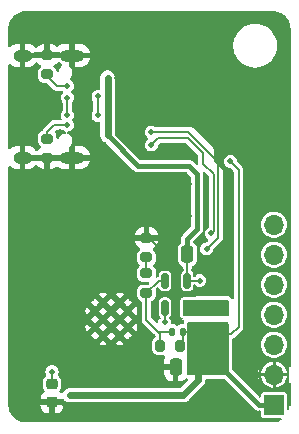
<source format=gbr>
%TF.GenerationSoftware,KiCad,Pcbnew,8.0.7*%
%TF.CreationDate,2024-12-28T12:59:27+01:00*%
%TF.ProjectId,scd30_esp,73636433-305f-4657-9370-2e6b69636164,rev?*%
%TF.SameCoordinates,Original*%
%TF.FileFunction,Copper,L1,Top*%
%TF.FilePolarity,Positive*%
%FSLAX46Y46*%
G04 Gerber Fmt 4.6, Leading zero omitted, Abs format (unit mm)*
G04 Created by KiCad (PCBNEW 8.0.7) date 2024-12-28 12:59:27*
%MOMM*%
%LPD*%
G01*
G04 APERTURE LIST*
G04 Aperture macros list*
%AMRoundRect*
0 Rectangle with rounded corners*
0 $1 Rounding radius*
0 $2 $3 $4 $5 $6 $7 $8 $9 X,Y pos of 4 corners*
0 Add a 4 corners polygon primitive as box body*
4,1,4,$2,$3,$4,$5,$6,$7,$8,$9,$2,$3,0*
0 Add four circle primitives for the rounded corners*
1,1,$1+$1,$2,$3*
1,1,$1+$1,$4,$5*
1,1,$1+$1,$6,$7*
1,1,$1+$1,$8,$9*
0 Add four rect primitives between the rounded corners*
20,1,$1+$1,$2,$3,$4,$5,0*
20,1,$1+$1,$4,$5,$6,$7,0*
20,1,$1+$1,$6,$7,$8,$9,0*
20,1,$1+$1,$8,$9,$2,$3,0*%
G04 Aperture macros list end*
%TA.AperFunction,SMDPad,CuDef*%
%ADD10RoundRect,0.150000X0.150000X-0.512500X0.150000X0.512500X-0.150000X0.512500X-0.150000X-0.512500X0*%
%TD*%
%TA.AperFunction,SMDPad,CuDef*%
%ADD11RoundRect,0.200000X-0.275000X0.200000X-0.275000X-0.200000X0.275000X-0.200000X0.275000X0.200000X0*%
%TD*%
%TA.AperFunction,SMDPad,CuDef*%
%ADD12RoundRect,0.200000X0.275000X-0.200000X0.275000X0.200000X-0.275000X0.200000X-0.275000X-0.200000X0*%
%TD*%
%TA.AperFunction,SMDPad,CuDef*%
%ADD13RoundRect,0.200000X0.200000X0.275000X-0.200000X0.275000X-0.200000X-0.275000X0.200000X-0.275000X0*%
%TD*%
%TA.AperFunction,SMDPad,CuDef*%
%ADD14RoundRect,0.250000X-0.850000X0.375000X-0.850000X-0.375000X0.850000X-0.375000X0.850000X0.375000X0*%
%TD*%
%TA.AperFunction,ComponentPad*%
%ADD15O,1.600000X1.000000*%
%TD*%
%TA.AperFunction,ComponentPad*%
%ADD16O,2.100000X1.000000*%
%TD*%
%TA.AperFunction,SMDPad,CuDef*%
%ADD17RoundRect,0.225000X-0.250000X0.225000X-0.250000X-0.225000X0.250000X-0.225000X0.250000X0.225000X0*%
%TD*%
%TA.AperFunction,SMDPad,CuDef*%
%ADD18RoundRect,0.250000X0.250000X0.475000X-0.250000X0.475000X-0.250000X-0.475000X0.250000X-0.475000X0*%
%TD*%
%TA.AperFunction,SMDPad,CuDef*%
%ADD19RoundRect,0.140000X0.140000X0.170000X-0.140000X0.170000X-0.140000X-0.170000X0.140000X-0.170000X0*%
%TD*%
%TA.AperFunction,ComponentPad*%
%ADD20O,1.700000X1.700000*%
%TD*%
%TA.AperFunction,ComponentPad*%
%ADD21R,1.700000X1.700000*%
%TD*%
%TA.AperFunction,HeatsinkPad*%
%ADD22C,0.600000*%
%TD*%
%TA.AperFunction,ViaPad*%
%ADD23C,0.500000*%
%TD*%
%TA.AperFunction,Conductor*%
%ADD24C,0.200000*%
%TD*%
%TA.AperFunction,Conductor*%
%ADD25C,0.600000*%
%TD*%
%TA.AperFunction,Conductor*%
%ADD26C,0.400000*%
%TD*%
G04 APERTURE END LIST*
D10*
%TO.P,U1,6,FB*%
%TO.N,Net-(U1-FB)*%
X70760000Y-59502500D03*
%TO.P,U1,5,PG*%
%TO.N,GND*%
X71710000Y-59502500D03*
%TO.P,U1,4,VIN*%
%TO.N,VBUS*%
X72660000Y-59502500D03*
%TO.P,U1,3,SW*%
%TO.N,Net-(U1-SW)*%
X72660000Y-61777500D03*
%TO.P,U1,2,GND*%
%TO.N,GND*%
X71710000Y-61777500D03*
%TO.P,U1,1,EN*%
%TO.N,VBUS*%
X70760000Y-61777500D03*
%TD*%
D11*
%TO.P,R5,1*%
%TO.N,Net-(J2-CC1)*%
X60800000Y-47475000D03*
%TO.P,R5,2*%
%TO.N,GND*%
X60800000Y-49125000D03*
%TD*%
D12*
%TO.P,R4,1*%
%TO.N,Net-(J2-CC2)*%
X60800000Y-42025000D03*
%TO.P,R4,2*%
%TO.N,GND*%
X60800000Y-40375000D03*
%TD*%
%TO.P,R3,2*%
%TO.N,GND*%
X69200000Y-55875000D03*
%TO.P,R3,1*%
%TO.N,Net-(R2-Pad2)*%
X69200000Y-57525000D03*
%TD*%
%TO.P,R2,2*%
%TO.N,Net-(R2-Pad2)*%
X69200000Y-58875000D03*
%TO.P,R2,1*%
%TO.N,Net-(U1-FB)*%
X69200000Y-60525000D03*
%TD*%
D13*
%TO.P,R1,2*%
%TO.N,Net-(U1-FB)*%
X70375000Y-65000000D03*
%TO.P,R1,1*%
%TO.N,+3V3*%
X72025000Y-65000000D03*
%TD*%
D14*
%TO.P,L1,2*%
%TO.N,+3V3*%
X74910000Y-64015000D03*
%TO.P,L1,1*%
%TO.N,Net-(U1-SW)*%
X74910000Y-61865000D03*
%TD*%
D15*
%TO.P,J2,S1,SHIELD*%
%TO.N,GND*%
X58705000Y-40430000D03*
D16*
X62885000Y-40430000D03*
X62885000Y-49070000D03*
D15*
X58705000Y-49070000D03*
%TD*%
D17*
%TO.P,C5,1*%
%TO.N,/ESP_EN*%
X61200000Y-68225000D03*
%TO.P,C5,2*%
%TO.N,GND*%
X61200000Y-69775000D03*
%TD*%
D18*
%TO.P,C3,2*%
%TO.N,GND*%
X70760000Y-57240000D03*
%TO.P,C3,1*%
%TO.N,VBUS*%
X72660000Y-57240000D03*
%TD*%
%TO.P,C2,1*%
%TO.N,+3V3*%
X73560000Y-66800000D03*
%TO.P,C2,2*%
%TO.N,GND*%
X71660000Y-66800000D03*
%TD*%
D19*
%TO.P,C1,1*%
%TO.N,+3V3*%
X72280000Y-63800000D03*
%TO.P,C1,2*%
%TO.N,Net-(U1-FB)*%
X71320000Y-63800000D03*
%TD*%
D20*
%TO.P,J1,7,Pin_7*%
%TO.N,/SEL*%
X80000000Y-54760000D03*
%TO.P,J1,6,Pin_6*%
%TO.N,/PWM*%
X80000000Y-57300000D03*
%TO.P,J1,5,Pin_5*%
%TO.N,/RDY*%
X80000000Y-59840000D03*
%TO.P,J1,4,Pin_4*%
%TO.N,/SDA*%
X80000000Y-62380000D03*
%TO.P,J1,3,Pin_3*%
%TO.N,/SCL*%
X80000000Y-64920000D03*
%TO.P,J1,2,Pin_2*%
%TO.N,GND*%
X80000000Y-67460000D03*
D21*
%TO.P,J1,1,Pin_1*%
%TO.N,+3V3*%
X80000000Y-70000000D03*
%TD*%
D22*
%TO.P,U2,39,GND*%
%TO.N,GND*%
X66205000Y-62040000D03*
X66930000Y-61340000D03*
X66930000Y-64140000D03*
X66205000Y-63440000D03*
X65530000Y-64140000D03*
X67630000Y-63440000D03*
X65530000Y-62740000D03*
X64830000Y-62040000D03*
X65530000Y-61340000D03*
X67630000Y-62040000D03*
X66930000Y-62740000D03*
X64830000Y-63440000D03*
%TD*%
D23*
%TO.N,/MCU_TX*%
X69600000Y-46900000D03*
%TO.N,GND*%
X74400000Y-68750000D03*
X72150000Y-70460000D03*
X66950000Y-70460000D03*
X61950000Y-63300000D03*
X67750000Y-55400000D03*
X64500000Y-55450000D03*
X62000000Y-57950000D03*
X78700000Y-51100000D03*
X76200000Y-52100000D03*
%TO.N,VBUS*%
X73700000Y-59500000D03*
%TO.N,+3V3*%
X63300000Y-69200000D03*
X62700000Y-69190000D03*
X76300000Y-49400000D03*
%TO.N,GND*%
X66700000Y-42300000D03*
X66800000Y-46100000D03*
X65800000Y-48200000D03*
X77800000Y-59300000D03*
X73900000Y-56000000D03*
X74200000Y-54700000D03*
X74200000Y-51200000D03*
X71100000Y-54000000D03*
X71600000Y-55300000D03*
X78200000Y-68400000D03*
X77800000Y-64800000D03*
X77800000Y-63400000D03*
X77900000Y-55900000D03*
X70000000Y-40300000D03*
X61800000Y-41200000D03*
X61900000Y-46900000D03*
X61600000Y-45600000D03*
X61600000Y-43700000D03*
X71500000Y-46000000D03*
X69600000Y-48900000D03*
X72800000Y-51300000D03*
X62900000Y-51300000D03*
X67700000Y-51300000D03*
X67700000Y-54000000D03*
X72800000Y-54000000D03*
X78450000Y-70850000D03*
X60500000Y-63300000D03*
X63400000Y-54500000D03*
X60800000Y-57000000D03*
X60000000Y-52800000D03*
X57800000Y-51400000D03*
X57800000Y-54600000D03*
X57800000Y-59600000D03*
X57800000Y-64800000D03*
X57800000Y-68600000D03*
X60400000Y-66800000D03*
X62600000Y-70460000D03*
%TO.N,/ESP_EN*%
X61200000Y-67200000D03*
%TO.N,GND*%
X73700000Y-58400000D03*
X65200000Y-67200000D03*
X70400000Y-67200000D03*
%TO.N,/MCU_RX*%
X74700000Y-55500000D03*
%TO.N,/MCU_TX*%
X74300000Y-56800000D03*
%TO.N,/MCU_RX*%
X69600000Y-48000000D03*
%TO.N,+3V3*%
X73200000Y-63600000D03*
%TO.N,VBUS*%
X65900000Y-46500000D03*
X65900000Y-42900000D03*
X65900000Y-42300000D03*
X65900000Y-47200000D03*
%TO.N,Net-(J2-CC1)*%
X62500000Y-46300000D03*
%TO.N,Net-(J2-CC2)*%
X62500000Y-43000000D03*
%TO.N,/D+*%
X62500000Y-44000000D03*
X62500000Y-45500000D03*
%TO.N,/D-*%
X65100000Y-45500000D03*
X65100000Y-43900000D03*
%TO.N,GND*%
X70710000Y-60640000D03*
X71410000Y-60440000D03*
X71710000Y-60840000D03*
X72010000Y-60440000D03*
X72810000Y-60640000D03*
%TO.N,+3V3*%
X73150000Y-64800000D03*
%TO.N,VBUS*%
X70750000Y-63000000D03*
%TD*%
D24*
%TO.N,/MCU_TX*%
X72694974Y-46900000D02*
X69600000Y-46900000D01*
X75250000Y-53200000D02*
X75250000Y-49455026D01*
X75250000Y-49455026D02*
X72694974Y-46900000D01*
X74300000Y-56800000D02*
X75250000Y-55850000D01*
X75250000Y-55850000D02*
X75250000Y-53200000D01*
%TO.N,VBUS*%
X72662500Y-59500000D02*
X72660000Y-59502500D01*
X73700000Y-59500000D02*
X72662500Y-59500000D01*
%TO.N,Net-(U1-FB)*%
X70375000Y-63975000D02*
X70200000Y-63800000D01*
X70375000Y-65000000D02*
X70375000Y-63975000D01*
%TO.N,+3V3*%
X73000000Y-63800000D02*
X73200000Y-63600000D01*
X72280000Y-63800000D02*
X73000000Y-63800000D01*
D25*
X63900000Y-69190000D02*
X72310000Y-69190000D01*
X62700000Y-69190000D02*
X63900000Y-69190000D01*
X73560000Y-67940000D02*
X73560000Y-66800000D01*
X72310000Y-69190000D02*
X73560000Y-67940000D01*
D24*
X76385000Y-64015000D02*
X74910000Y-64015000D01*
X77000000Y-50100000D02*
X77000000Y-63400000D01*
X77000000Y-63400000D02*
X76385000Y-64015000D01*
X76300000Y-49400000D02*
X77000000Y-50100000D01*
%TO.N,GND*%
X69395000Y-55875000D02*
X70760000Y-57240000D01*
X69200000Y-55875000D02*
X69395000Y-55875000D01*
%TO.N,Net-(R2-Pad2)*%
X69200000Y-58875000D02*
X69200000Y-57525000D01*
%TO.N,Net-(U1-FB)*%
X70222500Y-59502500D02*
X69200000Y-60525000D01*
X70760000Y-59502500D02*
X70222500Y-59502500D01*
X69200000Y-62800000D02*
X69200000Y-60525000D01*
X71320000Y-63800000D02*
X70200000Y-63800000D01*
X70200000Y-63800000D02*
X69200000Y-62800000D01*
%TO.N,+3V3*%
X72280000Y-64745000D02*
X72025000Y-65000000D01*
X72280000Y-63800000D02*
X72280000Y-64745000D01*
%TO.N,Net-(U1-FB)*%
X70375000Y-65000000D02*
X70375000Y-64745000D01*
D26*
%TO.N,VBUS*%
X72660000Y-55940000D02*
X72660000Y-57240000D01*
X73450000Y-55150000D02*
X72660000Y-55940000D01*
X73450000Y-50450000D02*
X73450000Y-55150000D01*
X72800000Y-49800000D02*
X73450000Y-50450000D01*
X68500000Y-49800000D02*
X72800000Y-49800000D01*
X65900000Y-47200000D02*
X68500000Y-49800000D01*
D24*
%TO.N,/MCU_RX*%
X74900000Y-55300000D02*
X74700000Y-55500000D01*
X74900000Y-50500000D02*
X74900000Y-55300000D01*
X74000000Y-49600000D02*
X74900000Y-50500000D01*
X74000000Y-48700000D02*
X74000000Y-49600000D01*
X72700000Y-47400000D02*
X74000000Y-48700000D01*
X70200000Y-47400000D02*
X72700000Y-47400000D01*
X69600000Y-48000000D02*
X70200000Y-47400000D01*
D26*
%TO.N,+3V3*%
X75040000Y-66340000D02*
X75100000Y-66400000D01*
X73560000Y-66340000D02*
X75040000Y-66340000D01*
X75700000Y-67000000D02*
X75100000Y-66400000D01*
X78700000Y-70000000D02*
X75700000Y-67000000D01*
X80000000Y-70000000D02*
X78700000Y-70000000D01*
D24*
%TO.N,GND*%
X61915000Y-69775000D02*
X62600000Y-70460000D01*
X61200000Y-69775000D02*
X61915000Y-69775000D01*
%TO.N,/ESP_EN*%
X61200000Y-67200000D02*
X61200000Y-68225000D01*
D25*
%TO.N,VBUS*%
X65900000Y-46500000D02*
X65900000Y-42900000D01*
X65900000Y-47200000D02*
X65900000Y-46500000D01*
X65900000Y-42900000D02*
X65900000Y-42300000D01*
D24*
%TO.N,GND*%
X60745000Y-49070000D02*
X60800000Y-49125000D01*
X58705000Y-49070000D02*
X60745000Y-49070000D01*
X60855000Y-49070000D02*
X60800000Y-49125000D01*
X62885000Y-49070000D02*
X60855000Y-49070000D01*
%TO.N,Net-(J2-CC1)*%
X60800000Y-46900000D02*
X60800000Y-47475000D01*
X61400000Y-46300000D02*
X60800000Y-46900000D01*
X62500000Y-46300000D02*
X61400000Y-46300000D01*
%TO.N,Net-(J2-CC2)*%
X61600000Y-43000000D02*
X62500000Y-43000000D01*
X60800000Y-42200000D02*
X61600000Y-43000000D01*
X60800000Y-42025000D02*
X60800000Y-42200000D01*
%TO.N,GND*%
X60745000Y-40430000D02*
X60800000Y-40375000D01*
X58705000Y-40430000D02*
X60745000Y-40430000D01*
X60855000Y-40430000D02*
X60800000Y-40375000D01*
X62885000Y-40430000D02*
X60855000Y-40430000D01*
%TO.N,/D+*%
X62500000Y-44000000D02*
X62500000Y-45500000D01*
%TO.N,/D-*%
X65100000Y-43900000D02*
X65100000Y-45500000D01*
%TO.N,VBUS*%
X72660000Y-57240000D02*
X72660000Y-58340000D01*
X72660000Y-59502500D02*
X72660000Y-58340000D01*
%TO.N,+3V3*%
X73535000Y-64015000D02*
X74910000Y-64015000D01*
X73150000Y-64400000D02*
X73535000Y-64015000D01*
X73150000Y-64800000D02*
X73150000Y-64400000D01*
%TO.N,VBUS*%
X70760000Y-62990000D02*
X70750000Y-63000000D01*
X70760000Y-61777500D02*
X70760000Y-62990000D01*
%TD*%
%TA.AperFunction,Conductor*%
%TO.N,Net-(U1-SW)*%
G36*
X76093039Y-61119685D02*
G01*
X76138794Y-61172489D01*
X76150000Y-61224000D01*
X76150000Y-62376000D01*
X76130315Y-62443039D01*
X76077511Y-62488794D01*
X76026000Y-62500000D01*
X72374000Y-62500000D01*
X72306961Y-62480315D01*
X72261206Y-62427511D01*
X72250000Y-62376000D01*
X72250000Y-61224000D01*
X72269685Y-61156961D01*
X72322489Y-61111206D01*
X72374000Y-61100000D01*
X76026000Y-61100000D01*
X76093039Y-61119685D01*
G37*
%TD.AperFunction*%
%TD*%
%TA.AperFunction,Conductor*%
%TO.N,+3V3*%
G36*
X76093039Y-63019685D02*
G01*
X76138794Y-63072489D01*
X76150000Y-63124000D01*
X76150000Y-67376000D01*
X76130315Y-67443039D01*
X76077511Y-67488794D01*
X76026000Y-67500000D01*
X72774000Y-67500000D01*
X72706961Y-67480315D01*
X72661206Y-67427511D01*
X72650000Y-67376000D01*
X72650000Y-63124000D01*
X72669685Y-63056961D01*
X72722489Y-63011206D01*
X72774000Y-63000000D01*
X76026000Y-63000000D01*
X76093039Y-63019685D01*
G37*
%TD.AperFunction*%
%TD*%
%TA.AperFunction,Conductor*%
%TO.N,GND*%
G36*
X79904418Y-36665030D02*
G01*
X80104560Y-36679344D01*
X80122061Y-36681861D01*
X80313794Y-36723569D01*
X80330752Y-36728548D01*
X80514612Y-36797125D01*
X80530692Y-36804469D01*
X80647483Y-36868242D01*
X80702900Y-36898502D01*
X80717784Y-36908067D01*
X80874843Y-37025641D01*
X80874857Y-37025651D01*
X80888228Y-37037237D01*
X81026972Y-37175982D01*
X81038557Y-37189353D01*
X81156134Y-37346418D01*
X81165700Y-37361302D01*
X81259734Y-37533516D01*
X81267083Y-37549609D01*
X81335650Y-37733447D01*
X81340634Y-37750422D01*
X81382339Y-37942141D01*
X81384857Y-37959654D01*
X81399183Y-38159987D01*
X81399499Y-38168832D01*
X81399499Y-38240090D01*
X81399500Y-38240103D01*
X81399500Y-54711865D01*
X81385076Y-54760984D01*
X81397193Y-54784326D01*
X81399500Y-54808134D01*
X81399500Y-57251865D01*
X81385076Y-57300984D01*
X81397193Y-57324326D01*
X81399500Y-57348134D01*
X81399500Y-59791865D01*
X81385076Y-59840984D01*
X81397193Y-59864326D01*
X81399500Y-59888134D01*
X81399500Y-62331865D01*
X81385076Y-62380984D01*
X81397193Y-62404326D01*
X81399500Y-62428134D01*
X81399500Y-64871865D01*
X81385076Y-64920984D01*
X81397193Y-64944326D01*
X81399500Y-64968134D01*
X81399500Y-66711762D01*
X81379815Y-66778801D01*
X81327011Y-66824556D01*
X81257853Y-66834500D01*
X81250000Y-66830913D01*
X81250000Y-53500000D01*
X78750000Y-53500000D01*
X78750000Y-66946260D01*
X78726570Y-66996507D01*
X78726567Y-66996513D01*
X78669364Y-67209999D01*
X78669364Y-67210000D01*
X78750000Y-67210000D01*
X78750000Y-67710000D01*
X78669364Y-67710000D01*
X78726567Y-67923486D01*
X78726570Y-67923492D01*
X78750000Y-67973738D01*
X78750000Y-69259001D01*
X78707853Y-69265062D01*
X78644297Y-69236037D01*
X78637819Y-69230005D01*
X76491819Y-67084005D01*
X76458334Y-67022682D01*
X76455500Y-66996324D01*
X76455500Y-64505887D01*
X76475185Y-64438848D01*
X76527989Y-64393093D01*
X76532193Y-64391603D01*
X76532076Y-64391319D01*
X76539582Y-64388208D01*
X76539588Y-64388207D01*
X76630913Y-64335480D01*
X77320480Y-63645913D01*
X77338616Y-63614500D01*
X77373207Y-63554587D01*
X77400500Y-63452727D01*
X77400500Y-50047273D01*
X77373207Y-49945413D01*
X77320480Y-49854087D01*
X77245913Y-49779520D01*
X76883323Y-49416930D01*
X76849838Y-49355607D01*
X76848067Y-49345448D01*
X76836330Y-49256291D01*
X76780861Y-49122375D01*
X76692621Y-49007379D01*
X76577625Y-48919139D01*
X76577624Y-48919138D01*
X76577622Y-48919137D01*
X76443712Y-48863671D01*
X76443710Y-48863670D01*
X76443709Y-48863670D01*
X76371854Y-48854210D01*
X76300001Y-48844750D01*
X76299999Y-48844750D01*
X76156291Y-48863670D01*
X76156287Y-48863671D01*
X76022377Y-48919137D01*
X75907379Y-49007379D01*
X75819137Y-49122377D01*
X75763671Y-49256287D01*
X75763670Y-49256291D01*
X75744750Y-49399999D01*
X75744750Y-49400000D01*
X75763670Y-49543708D01*
X75763671Y-49543712D01*
X75819137Y-49677622D01*
X75819138Y-49677624D01*
X75819139Y-49677625D01*
X75907379Y-49792621D01*
X76022375Y-49880861D01*
X76156291Y-49936330D01*
X76245435Y-49948065D01*
X76309330Y-49976331D01*
X76316930Y-49983323D01*
X76563181Y-50229574D01*
X76596666Y-50290897D01*
X76599500Y-50317255D01*
X76599500Y-60907754D01*
X76579815Y-60974793D01*
X76527011Y-61020548D01*
X76457853Y-61030492D01*
X76394297Y-61001467D01*
X76373666Y-60976623D01*
X76373014Y-60977091D01*
X76369674Y-60972428D01*
X76368275Y-60970813D01*
X76323920Y-60919625D01*
X76323918Y-60919623D01*
X76323908Y-60919612D01*
X76279192Y-60877451D01*
X76279189Y-60877449D01*
X76279187Y-60877447D01*
X76179111Y-60826561D01*
X76179110Y-60826560D01*
X76179109Y-60826560D01*
X76112078Y-60806877D01*
X76112072Y-60806876D01*
X76026000Y-60794500D01*
X73400000Y-60794500D01*
X73400000Y-59978483D01*
X73411330Y-59977924D01*
X73429753Y-59983917D01*
X73556291Y-60036330D01*
X73677669Y-60052310D01*
X73699999Y-60055250D01*
X73700000Y-60055250D01*
X73700001Y-60055250D01*
X73722331Y-60052310D01*
X73843709Y-60036330D01*
X73977625Y-59980861D01*
X74092621Y-59892621D01*
X74180861Y-59777625D01*
X74236330Y-59643709D01*
X74255250Y-59500000D01*
X74236330Y-59356291D01*
X74180861Y-59222375D01*
X74092621Y-59107379D01*
X73977625Y-59019139D01*
X73977624Y-59019138D01*
X73977622Y-59019137D01*
X73843712Y-58963671D01*
X73843710Y-58963670D01*
X73843709Y-58963670D01*
X73771854Y-58954210D01*
X73700001Y-58944750D01*
X73699999Y-58944750D01*
X73556291Y-58963670D01*
X73556287Y-58963671D01*
X73429305Y-59016268D01*
X73400000Y-59019418D01*
X73400000Y-58500000D01*
X73060500Y-58500000D01*
X73060500Y-58331803D01*
X73080185Y-58264764D01*
X73132989Y-58219009D01*
X73138996Y-58216454D01*
X73182342Y-58199361D01*
X73302922Y-58107922D01*
X73394361Y-57987342D01*
X73449877Y-57846564D01*
X73460500Y-57758102D01*
X73460500Y-56721898D01*
X73449877Y-56633436D01*
X73394361Y-56492658D01*
X73394360Y-56492657D01*
X73394360Y-56492656D01*
X73302922Y-56372077D01*
X73209575Y-56301290D01*
X73168051Y-56245097D01*
X73160500Y-56202486D01*
X73160500Y-56198676D01*
X73180185Y-56131637D01*
X73196819Y-56110995D01*
X73513517Y-55794297D01*
X73850500Y-55457314D01*
X73916392Y-55343186D01*
X73916392Y-55343183D01*
X73919500Y-55335682D01*
X73920803Y-55336221D01*
X73945576Y-55295575D01*
X73939582Y-55262354D01*
X73943095Y-55243525D01*
X73950500Y-55215892D01*
X73950500Y-55084107D01*
X73950500Y-50416255D01*
X73970185Y-50349216D01*
X74022989Y-50303461D01*
X74092147Y-50293517D01*
X74155703Y-50322542D01*
X74162181Y-50328574D01*
X74463181Y-50629574D01*
X74496666Y-50690897D01*
X74499500Y-50717255D01*
X74499500Y-54904338D01*
X74479815Y-54971377D01*
X74429404Y-55015058D01*
X74429414Y-55015075D01*
X74429326Y-55015125D01*
X74427011Y-55017132D01*
X74422961Y-55018896D01*
X74422377Y-55019137D01*
X74307379Y-55107379D01*
X74219138Y-55222376D01*
X74177433Y-55323062D01*
X74153565Y-55352679D01*
X74160001Y-55372807D01*
X74158975Y-55391950D01*
X74144750Y-55499998D01*
X74144750Y-55500000D01*
X74160341Y-55618427D01*
X74163670Y-55643708D01*
X74163671Y-55643712D01*
X74219137Y-55777622D01*
X74219138Y-55777624D01*
X74219139Y-55777625D01*
X74307379Y-55892621D01*
X74350370Y-55925609D01*
X74383966Y-55951389D01*
X74425168Y-56007817D01*
X74429323Y-56077563D01*
X74396160Y-56137445D01*
X74316930Y-56216675D01*
X74255607Y-56250160D01*
X74245436Y-56251933D01*
X74156289Y-56263670D01*
X74022377Y-56319137D01*
X73907379Y-56407379D01*
X73819137Y-56522377D01*
X73763671Y-56656287D01*
X73763670Y-56656291D01*
X73744750Y-56799999D01*
X73744750Y-56800000D01*
X73763670Y-56943708D01*
X73763671Y-56943712D01*
X73819137Y-57077622D01*
X73819138Y-57077624D01*
X73819139Y-57077625D01*
X73907379Y-57192621D01*
X74022375Y-57280861D01*
X74156291Y-57336330D01*
X74283280Y-57353048D01*
X74299999Y-57355250D01*
X74300000Y-57355250D01*
X74300001Y-57355250D01*
X74314977Y-57353278D01*
X74443709Y-57336330D01*
X74577625Y-57280861D01*
X74692621Y-57192621D01*
X74780861Y-57077625D01*
X74836330Y-56943709D01*
X74848066Y-56854562D01*
X74876331Y-56790668D01*
X74883311Y-56783079D01*
X75535703Y-56130687D01*
X75535708Y-56130684D01*
X75545911Y-56120480D01*
X75545913Y-56120480D01*
X75620480Y-56045913D01*
X75673207Y-55954587D01*
X75685020Y-55910500D01*
X75700501Y-55852727D01*
X75700501Y-55747273D01*
X75700501Y-55739678D01*
X75700500Y-55739660D01*
X75700500Y-50247275D01*
X75700499Y-50247271D01*
X75695757Y-50229574D01*
X75682346Y-50179520D01*
X75673207Y-50145412D01*
X75620480Y-50054087D01*
X74936819Y-49370426D01*
X74903334Y-49309103D01*
X74900500Y-49282745D01*
X74900500Y-48347275D01*
X74900500Y-48347273D01*
X74873207Y-48245413D01*
X74820480Y-48154087D01*
X74745913Y-48079520D01*
X73245913Y-46579520D01*
X73200250Y-46553156D01*
X73154589Y-46526793D01*
X73082132Y-46507379D01*
X73052727Y-46499500D01*
X73052726Y-46499500D01*
X70024446Y-46499500D01*
X69957407Y-46479815D01*
X69948960Y-46473876D01*
X69877625Y-46419139D01*
X69877623Y-46419138D01*
X69743712Y-46363671D01*
X69743710Y-46363670D01*
X69743709Y-46363670D01*
X69671854Y-46354210D01*
X69600001Y-46344750D01*
X69599999Y-46344750D01*
X69456291Y-46363670D01*
X69456287Y-46363671D01*
X69322377Y-46419137D01*
X69207379Y-46507379D01*
X69119137Y-46622377D01*
X69063671Y-46756287D01*
X69063670Y-46756291D01*
X69044750Y-46899999D01*
X69044750Y-46900000D01*
X69063670Y-47043708D01*
X69063671Y-47043712D01*
X69119137Y-47177622D01*
X69119138Y-47177624D01*
X69119139Y-47177625D01*
X69207379Y-47292621D01*
X69237131Y-47315451D01*
X69284273Y-47351625D01*
X69325476Y-47408053D01*
X69329630Y-47477799D01*
X69295417Y-47538719D01*
X69284273Y-47548375D01*
X69207381Y-47607377D01*
X69119137Y-47722377D01*
X69063671Y-47856287D01*
X69063670Y-47856291D01*
X69045624Y-47993365D01*
X69044750Y-48000000D01*
X69058412Y-48103775D01*
X69063670Y-48143708D01*
X69063671Y-48143712D01*
X69119137Y-48277622D01*
X69119138Y-48277624D01*
X69119139Y-48277625D01*
X69207379Y-48392621D01*
X69322375Y-48480861D01*
X69456291Y-48536330D01*
X69583280Y-48553048D01*
X69599999Y-48555250D01*
X69600000Y-48555250D01*
X69600001Y-48555250D01*
X69614977Y-48553278D01*
X69743709Y-48536330D01*
X69877625Y-48480861D01*
X69992621Y-48392621D01*
X70080861Y-48277625D01*
X70136330Y-48143709D01*
X70148066Y-48054562D01*
X70176331Y-47990668D01*
X70183298Y-47983093D01*
X70329575Y-47836817D01*
X70390898Y-47803334D01*
X70417255Y-47800500D01*
X72482745Y-47800500D01*
X72549784Y-47820185D01*
X72570426Y-47836819D01*
X73563181Y-48829573D01*
X73596666Y-48890896D01*
X73599500Y-48917254D01*
X73599500Y-49592324D01*
X73579815Y-49659363D01*
X73527011Y-49705118D01*
X73457853Y-49715062D01*
X73394297Y-49686037D01*
X73387819Y-49680005D01*
X73107316Y-49399502D01*
X73107314Y-49399500D01*
X73041825Y-49361690D01*
X72993187Y-49333608D01*
X72929539Y-49316554D01*
X72865892Y-49299500D01*
X72865891Y-49299500D01*
X68758675Y-49299500D01*
X68691636Y-49279815D01*
X68670994Y-49263181D01*
X66536819Y-47129005D01*
X66503334Y-47067682D01*
X66500500Y-47041324D01*
X66500500Y-42220945D01*
X66500500Y-42220943D01*
X66459577Y-42068216D01*
X66459573Y-42068209D01*
X66380524Y-41931290D01*
X66380518Y-41931282D01*
X66268717Y-41819481D01*
X66268709Y-41819475D01*
X66131790Y-41740426D01*
X66131786Y-41740424D01*
X66131784Y-41740423D01*
X65979057Y-41699500D01*
X65820943Y-41699500D01*
X65668216Y-41740423D01*
X65668209Y-41740426D01*
X65531290Y-41819475D01*
X65531282Y-41819481D01*
X65419481Y-41931282D01*
X65419475Y-41931290D01*
X65340426Y-42068209D01*
X65340423Y-42068216D01*
X65299500Y-42220943D01*
X65299500Y-43229620D01*
X65279815Y-43296659D01*
X65227011Y-43342414D01*
X65159314Y-43352559D01*
X65100001Y-43344750D01*
X65099999Y-43344750D01*
X64956291Y-43363670D01*
X64956287Y-43363671D01*
X64822377Y-43419137D01*
X64707379Y-43507379D01*
X64619137Y-43622377D01*
X64563671Y-43756287D01*
X64563670Y-43756291D01*
X64550505Y-43856291D01*
X64544750Y-43900000D01*
X64557915Y-44000000D01*
X64563670Y-44043708D01*
X64563671Y-44043712D01*
X64619138Y-44177623D01*
X64619139Y-44177625D01*
X64673875Y-44248957D01*
X64699070Y-44314125D01*
X64699500Y-44324444D01*
X64699500Y-45075553D01*
X64679815Y-45142592D01*
X64673876Y-45151039D01*
X64619139Y-45222374D01*
X64619138Y-45222376D01*
X64563671Y-45356287D01*
X64563670Y-45356291D01*
X64544750Y-45499999D01*
X64544750Y-45500000D01*
X64563670Y-45643708D01*
X64563671Y-45643712D01*
X64619137Y-45777622D01*
X64619138Y-45777624D01*
X64619139Y-45777625D01*
X64707379Y-45892621D01*
X64822375Y-45980861D01*
X64956291Y-46036330D01*
X65083280Y-46053048D01*
X65099999Y-46055250D01*
X65100000Y-46055250D01*
X65100001Y-46055250D01*
X65159314Y-46047441D01*
X65228350Y-46058206D01*
X65280606Y-46104586D01*
X65299500Y-46170380D01*
X65299500Y-46420943D01*
X65299500Y-47279057D01*
X65336694Y-47417865D01*
X65340423Y-47431783D01*
X65340426Y-47431790D01*
X65419475Y-47568709D01*
X65419479Y-47568714D01*
X65419480Y-47568716D01*
X65531284Y-47680520D01*
X65531286Y-47680521D01*
X65531290Y-47680524D01*
X65603783Y-47722377D01*
X65668216Y-47759577D01*
X65750250Y-47781557D01*
X65805837Y-47813651D01*
X68095159Y-50102972D01*
X68095169Y-50102983D01*
X68099499Y-50107313D01*
X68099500Y-50107314D01*
X68192686Y-50200500D01*
X68290224Y-50256814D01*
X68305949Y-50265893D01*
X68306814Y-50266392D01*
X68434107Y-50300500D01*
X68434108Y-50300500D01*
X72541324Y-50300500D01*
X72608363Y-50320185D01*
X72629005Y-50336819D01*
X72913181Y-50620995D01*
X72946666Y-50682318D01*
X72949500Y-50708676D01*
X72949500Y-54891324D01*
X72929815Y-54958363D01*
X72913181Y-54979005D01*
X72259502Y-55632683D01*
X72259500Y-55632686D01*
X72193608Y-55746812D01*
X72159500Y-55874108D01*
X72159500Y-56202486D01*
X72139815Y-56269525D01*
X72110425Y-56301290D01*
X72017077Y-56372077D01*
X71925639Y-56492656D01*
X71870122Y-56633438D01*
X71867379Y-56656287D01*
X71859500Y-56721898D01*
X71859500Y-57758102D01*
X71865126Y-57804954D01*
X71870122Y-57846561D01*
X71925639Y-57987343D01*
X72017077Y-58107922D01*
X72137655Y-58199359D01*
X72137658Y-58199361D01*
X72180990Y-58216448D01*
X72236134Y-58259354D01*
X72259327Y-58325261D01*
X72259500Y-58331803D01*
X72259500Y-58500000D01*
X70000000Y-58500000D01*
X70000000Y-58781333D01*
X69983914Y-58760440D01*
X69975499Y-58715539D01*
X69975499Y-58627129D01*
X69975498Y-58627123D01*
X69971207Y-58587206D01*
X69969091Y-58567517D01*
X69963442Y-58552372D01*
X69918797Y-58432671D01*
X69918793Y-58432664D01*
X69832547Y-58317455D01*
X69832546Y-58317454D01*
X69808251Y-58299267D01*
X69766379Y-58243334D01*
X69761395Y-58173642D01*
X69794880Y-58112319D01*
X69808251Y-58100733D01*
X69832546Y-58082546D01*
X69918796Y-57967331D01*
X69969091Y-57832483D01*
X69975500Y-57772873D01*
X69975499Y-57277128D01*
X69969091Y-57217517D01*
X69959805Y-57192621D01*
X69918797Y-57082671D01*
X69918793Y-57082664D01*
X69832547Y-56967455D01*
X69765003Y-56916891D01*
X69723133Y-56860957D01*
X69718149Y-56791265D01*
X69751635Y-56729943D01*
X69775166Y-56711508D01*
X69909874Y-56630074D01*
X69909878Y-56630071D01*
X70030072Y-56509877D01*
X70118019Y-56364395D01*
X70168590Y-56202106D01*
X70175000Y-56131572D01*
X70175000Y-56125000D01*
X68225001Y-56125000D01*
X68225001Y-56131582D01*
X68231408Y-56202102D01*
X68231409Y-56202107D01*
X68281981Y-56364396D01*
X68369927Y-56509877D01*
X68490122Y-56630072D01*
X68624834Y-56711508D01*
X68672021Y-56763036D01*
X68683860Y-56831895D01*
X68656591Y-56896224D01*
X68634996Y-56916891D01*
X68567452Y-56967455D01*
X68481206Y-57082664D01*
X68481202Y-57082671D01*
X68430910Y-57217513D01*
X68430909Y-57217517D01*
X68424500Y-57277127D01*
X68424500Y-57277134D01*
X68424500Y-57277135D01*
X68424500Y-57772870D01*
X68424501Y-57772876D01*
X68430908Y-57832483D01*
X68481202Y-57967328D01*
X68481206Y-57967335D01*
X68567452Y-58082544D01*
X68567453Y-58082544D01*
X68567454Y-58082546D01*
X68591575Y-58100603D01*
X68591750Y-58100734D01*
X68633620Y-58156668D01*
X68638604Y-58226360D01*
X68605118Y-58287683D01*
X68591750Y-58299266D01*
X68567452Y-58317455D01*
X68481206Y-58432664D01*
X68481202Y-58432671D01*
X68430910Y-58567513D01*
X68430909Y-58567517D01*
X68424500Y-58627127D01*
X68424500Y-58627134D01*
X68424500Y-58627135D01*
X68424500Y-59122870D01*
X68424501Y-59122876D01*
X68430908Y-59182483D01*
X68481202Y-59317328D01*
X68481206Y-59317335D01*
X68567452Y-59432544D01*
X68567455Y-59432547D01*
X68682664Y-59518793D01*
X68682671Y-59518797D01*
X68727618Y-59535561D01*
X68817517Y-59569091D01*
X68877127Y-59575500D01*
X69283745Y-59575499D01*
X69350783Y-59595183D01*
X69396538Y-59647987D01*
X69406482Y-59717146D01*
X69377457Y-59780702D01*
X69371425Y-59787180D01*
X69370424Y-59788181D01*
X69309101Y-59821666D01*
X69282743Y-59824500D01*
X68877129Y-59824500D01*
X68877123Y-59824501D01*
X68817516Y-59830908D01*
X68682671Y-59881202D01*
X68682664Y-59881206D01*
X68567455Y-59967452D01*
X68567452Y-59967455D01*
X68481206Y-60082664D01*
X68481202Y-60082671D01*
X68430910Y-60217513D01*
X68430909Y-60217517D01*
X68424500Y-60277127D01*
X68424500Y-60277134D01*
X68424500Y-60277135D01*
X68424500Y-60772870D01*
X68424501Y-60772876D01*
X68430908Y-60832483D01*
X68481202Y-60967328D01*
X68481206Y-60967335D01*
X68567452Y-61082544D01*
X68567455Y-61082547D01*
X68682664Y-61168793D01*
X68682669Y-61168796D01*
X68718832Y-61182284D01*
X68774766Y-61224154D01*
X68799184Y-61289618D01*
X68799500Y-61298466D01*
X68799500Y-62852726D01*
X68826793Y-62954589D01*
X68836204Y-62970889D01*
X68879520Y-63045913D01*
X68879521Y-63045914D01*
X68879522Y-63045915D01*
X69875179Y-64041571D01*
X69875189Y-64041582D01*
X69879519Y-64045912D01*
X69879520Y-64045913D01*
X69935645Y-64102038D01*
X69969129Y-64163359D01*
X69964145Y-64233051D01*
X69922275Y-64288984D01*
X69817452Y-64367455D01*
X69731206Y-64482664D01*
X69731202Y-64482671D01*
X69680910Y-64617513D01*
X69680909Y-64617517D01*
X69674500Y-64677127D01*
X69674500Y-64677134D01*
X69674500Y-64677135D01*
X69674500Y-65322870D01*
X69674501Y-65322876D01*
X69680908Y-65382483D01*
X69731202Y-65517328D01*
X69731206Y-65517335D01*
X69817452Y-65632544D01*
X69817455Y-65632547D01*
X69932664Y-65718793D01*
X69932671Y-65718797D01*
X69977618Y-65735561D01*
X70067517Y-65769091D01*
X70127127Y-65775500D01*
X70622872Y-65775499D01*
X70633445Y-65774362D01*
X70702204Y-65786765D01*
X70753344Y-65834373D01*
X70770626Y-65902071D01*
X70752245Y-65962746D01*
X70725645Y-66005873D01*
X70725641Y-66005880D01*
X70670494Y-66172302D01*
X70670493Y-66172309D01*
X70660000Y-66275013D01*
X70660000Y-66550000D01*
X71536000Y-66550000D01*
X71603039Y-66569685D01*
X71648794Y-66622489D01*
X71660000Y-66674000D01*
X71660000Y-66800000D01*
X71786000Y-66800000D01*
X71853039Y-66819685D01*
X71898794Y-66872489D01*
X71910000Y-66924000D01*
X71910000Y-68024999D01*
X71959972Y-68024999D01*
X71959986Y-68024998D01*
X72062697Y-68014505D01*
X72229119Y-67959358D01*
X72229124Y-67959356D01*
X72378342Y-67867317D01*
X72458685Y-67786974D01*
X72520008Y-67753489D01*
X72589700Y-67758473D01*
X72602559Y-67764119D01*
X72620889Y-67773439D01*
X72620891Y-67773439D01*
X72620892Y-67773440D01*
X72626222Y-67775557D01*
X72625552Y-67777242D01*
X72677358Y-67810522D01*
X72706395Y-67874072D01*
X72696464Y-67943232D01*
X72671341Y-67979423D01*
X72097584Y-68553181D01*
X72036261Y-68586666D01*
X72009903Y-68589500D01*
X62620943Y-68589500D01*
X62468216Y-68630423D01*
X62468209Y-68630426D01*
X62331290Y-68709475D01*
X62331282Y-68709481D01*
X62219481Y-68821282D01*
X62219475Y-68821290D01*
X62140426Y-68958209D01*
X62137314Y-68965723D01*
X62134824Y-68964691D01*
X62105340Y-69013046D01*
X62042488Y-69043565D01*
X61973114Y-69035258D01*
X61934266Y-69008960D01*
X61902733Y-68977427D01*
X61902731Y-68977426D01*
X61887314Y-68967917D01*
X61840590Y-68915969D01*
X61829369Y-68847006D01*
X61853606Y-68787457D01*
X61912364Y-68709975D01*
X61965359Y-68575590D01*
X61975500Y-68491144D01*
X61975500Y-67958856D01*
X61965359Y-67874410D01*
X61912364Y-67740025D01*
X61912363Y-67740024D01*
X61912363Y-67740023D01*
X61825079Y-67624923D01*
X61773752Y-67586000D01*
X61745164Y-67564321D01*
X61703642Y-67508129D01*
X61699091Y-67438408D01*
X61705526Y-67418077D01*
X61736330Y-67343709D01*
X61738795Y-67324986D01*
X70660001Y-67324986D01*
X70670494Y-67427697D01*
X70725641Y-67594119D01*
X70725643Y-67594124D01*
X70817684Y-67743345D01*
X70941654Y-67867315D01*
X71090875Y-67959356D01*
X71090880Y-67959358D01*
X71257302Y-68014505D01*
X71257309Y-68014506D01*
X71360019Y-68024999D01*
X71409999Y-68024998D01*
X71410000Y-68024998D01*
X71410000Y-67050000D01*
X70660001Y-67050000D01*
X70660001Y-67324986D01*
X61738795Y-67324986D01*
X61755250Y-67200000D01*
X61736330Y-67056291D01*
X61680861Y-66922375D01*
X61592621Y-66807379D01*
X61477625Y-66719139D01*
X61477624Y-66719138D01*
X61477622Y-66719137D01*
X61343712Y-66663671D01*
X61343710Y-66663670D01*
X61343709Y-66663670D01*
X61271854Y-66654210D01*
X61200001Y-66644750D01*
X61199999Y-66644750D01*
X61056291Y-66663670D01*
X61056287Y-66663671D01*
X60922377Y-66719137D01*
X60807379Y-66807379D01*
X60719137Y-66922377D01*
X60663671Y-67056287D01*
X60663670Y-67056291D01*
X60644750Y-67199999D01*
X60644750Y-67200000D01*
X60663670Y-67343708D01*
X60663671Y-67343712D01*
X60694469Y-67418066D01*
X60701938Y-67487535D01*
X60670662Y-67550014D01*
X60654834Y-67564321D01*
X60574922Y-67624920D01*
X60487636Y-67740023D01*
X60434640Y-67874411D01*
X60429065Y-67920841D01*
X60424500Y-67958856D01*
X60424500Y-68491144D01*
X60429825Y-68535494D01*
X60434640Y-68575588D01*
X60487636Y-68709976D01*
X60546390Y-68787454D01*
X60571213Y-68852765D01*
X60556785Y-68921129D01*
X60512688Y-68967914D01*
X60497273Y-68977422D01*
X60497267Y-68977427D01*
X60377427Y-69097267D01*
X60377424Y-69097271D01*
X60288457Y-69241507D01*
X60288452Y-69241518D01*
X60235144Y-69402393D01*
X60225000Y-69501677D01*
X60225000Y-69525000D01*
X62134402Y-69525000D01*
X62201441Y-69544685D01*
X62222083Y-69561319D01*
X62331284Y-69670520D01*
X62331286Y-69670521D01*
X62331290Y-69670524D01*
X62468209Y-69749573D01*
X62468216Y-69749577D01*
X62620943Y-69790500D01*
X63820943Y-69790500D01*
X72223331Y-69790500D01*
X72223347Y-69790501D01*
X72230943Y-69790501D01*
X72389054Y-69790501D01*
X72389057Y-69790501D01*
X72541785Y-69749577D01*
X72591904Y-69720639D01*
X72678716Y-69670520D01*
X72790520Y-69558716D01*
X72790520Y-69558714D01*
X72800728Y-69548507D01*
X72800730Y-69548504D01*
X73928713Y-68420521D01*
X73928716Y-68420520D01*
X74040520Y-68308716D01*
X74090639Y-68221904D01*
X74119577Y-68171785D01*
X74160501Y-68019057D01*
X74160501Y-67929500D01*
X74180186Y-67862461D01*
X74232990Y-67816706D01*
X74284501Y-67805500D01*
X75746324Y-67805500D01*
X75813363Y-67825185D01*
X75834005Y-67841819D01*
X78299500Y-70307314D01*
X78392686Y-70400500D01*
X78506814Y-70466392D01*
X78634108Y-70500500D01*
X78725501Y-70500500D01*
X78750000Y-70507693D01*
X78750000Y-71250000D01*
X80524705Y-71250000D01*
X80530765Y-71292146D01*
X80501740Y-71355702D01*
X80451361Y-71390681D01*
X80330763Y-71435662D01*
X80313787Y-71440646D01*
X80122068Y-71482351D01*
X80104557Y-71484869D01*
X79923779Y-71497799D01*
X79904417Y-71499184D01*
X79895572Y-71499500D01*
X59004428Y-71499500D01*
X58995582Y-71499184D01*
X58973622Y-71497613D01*
X58795442Y-71484869D01*
X58777931Y-71482351D01*
X58586212Y-71440646D01*
X58569236Y-71435662D01*
X58385390Y-71367090D01*
X58369298Y-71359740D01*
X58197095Y-71265711D01*
X58182210Y-71256146D01*
X58025132Y-71138558D01*
X58011762Y-71126972D01*
X57873027Y-70988237D01*
X57861441Y-70974867D01*
X57749499Y-70825331D01*
X57743849Y-70817784D01*
X57734288Y-70802904D01*
X57640259Y-70630701D01*
X57632909Y-70614609D01*
X57590348Y-70500499D01*
X57564334Y-70430755D01*
X57559355Y-70413797D01*
X57517647Y-70222063D01*
X57515130Y-70204556D01*
X57503956Y-70048322D01*
X60225001Y-70048322D01*
X60235144Y-70147607D01*
X60288452Y-70308481D01*
X60288457Y-70308492D01*
X60377424Y-70452728D01*
X60377427Y-70452732D01*
X60497267Y-70572572D01*
X60497271Y-70572575D01*
X60641507Y-70661542D01*
X60641518Y-70661547D01*
X60802393Y-70714855D01*
X60901683Y-70724999D01*
X61450000Y-70724999D01*
X61498308Y-70724999D01*
X61498322Y-70724998D01*
X61597607Y-70714855D01*
X61758481Y-70661547D01*
X61758492Y-70661542D01*
X61902728Y-70572575D01*
X61902732Y-70572572D01*
X62022572Y-70452732D01*
X62022575Y-70452728D01*
X62111542Y-70308492D01*
X62111547Y-70308481D01*
X62164855Y-70147606D01*
X62174999Y-70048322D01*
X62175000Y-70048309D01*
X62175000Y-70025000D01*
X61450000Y-70025000D01*
X61450000Y-70724999D01*
X60901683Y-70724999D01*
X60949999Y-70724998D01*
X60950000Y-70724998D01*
X60950000Y-70025000D01*
X60225001Y-70025000D01*
X60225001Y-70048322D01*
X57503956Y-70048322D01*
X57500816Y-70004418D01*
X57500500Y-69995572D01*
X57500500Y-64856660D01*
X65166891Y-64856660D01*
X65180697Y-64865335D01*
X65180701Y-64865337D01*
X65350858Y-64924877D01*
X65350861Y-64924878D01*
X65529997Y-64945062D01*
X65530003Y-64945062D01*
X65709138Y-64924878D01*
X65879307Y-64865333D01*
X65893107Y-64856661D01*
X65893107Y-64856660D01*
X66566891Y-64856660D01*
X66580697Y-64865335D01*
X66580701Y-64865337D01*
X66750858Y-64924877D01*
X66750861Y-64924878D01*
X66929997Y-64945062D01*
X66930003Y-64945062D01*
X67109138Y-64924878D01*
X67279307Y-64865333D01*
X67293107Y-64856661D01*
X67293107Y-64856660D01*
X66930001Y-64493553D01*
X66930000Y-64493553D01*
X66566891Y-64856660D01*
X65893107Y-64856660D01*
X65530001Y-64493553D01*
X65530000Y-64493553D01*
X65166891Y-64856660D01*
X57500500Y-64856660D01*
X57500500Y-64156660D01*
X64466891Y-64156660D01*
X64480697Y-64165335D01*
X64480701Y-64165337D01*
X64650859Y-64224878D01*
X64651644Y-64225057D01*
X64652099Y-64225311D01*
X64657430Y-64227177D01*
X64657103Y-64228110D01*
X64712623Y-64259166D01*
X64741952Y-64312875D01*
X64742823Y-64312571D01*
X64744672Y-64317855D01*
X64744940Y-64318346D01*
X64745120Y-64319137D01*
X64804662Y-64489298D01*
X64804667Y-64489308D01*
X64813338Y-64503108D01*
X65176446Y-64140001D01*
X65176446Y-64139999D01*
X65156556Y-64120109D01*
X65430000Y-64120109D01*
X65430000Y-64159891D01*
X65445224Y-64196645D01*
X65473355Y-64224776D01*
X65510109Y-64240000D01*
X65549891Y-64240000D01*
X65586645Y-64224776D01*
X65614776Y-64196645D01*
X65630000Y-64159891D01*
X65630000Y-64139999D01*
X65883553Y-64139999D01*
X65883553Y-64140000D01*
X66230000Y-64486446D01*
X66230001Y-64486446D01*
X66563946Y-64152499D01*
X66563946Y-64152498D01*
X66531557Y-64120109D01*
X66830000Y-64120109D01*
X66830000Y-64159891D01*
X66845224Y-64196645D01*
X66873355Y-64224776D01*
X66910109Y-64240000D01*
X66949891Y-64240000D01*
X66986645Y-64224776D01*
X67014776Y-64196645D01*
X67030000Y-64159891D01*
X67030000Y-64140000D01*
X67283553Y-64140000D01*
X67646660Y-64503107D01*
X67646661Y-64503107D01*
X67655333Y-64489307D01*
X67714877Y-64319141D01*
X67715056Y-64318358D01*
X67715310Y-64317902D01*
X67717177Y-64312569D01*
X67718111Y-64312895D01*
X67749164Y-64257379D01*
X67802874Y-64228050D01*
X67802569Y-64227177D01*
X67807871Y-64225321D01*
X67808358Y-64225056D01*
X67809141Y-64224877D01*
X67979307Y-64165333D01*
X67993107Y-64156661D01*
X67993107Y-64156660D01*
X67630000Y-63793553D01*
X67283553Y-64140000D01*
X67030000Y-64140000D01*
X67030000Y-64120109D01*
X67014776Y-64083355D01*
X66986645Y-64055224D01*
X66949891Y-64040000D01*
X66910109Y-64040000D01*
X66873355Y-64055224D01*
X66845224Y-64083355D01*
X66830000Y-64120109D01*
X66531557Y-64120109D01*
X66217499Y-63806053D01*
X66217498Y-63806053D01*
X65883553Y-64139999D01*
X65630000Y-64139999D01*
X65630000Y-64120109D01*
X65614776Y-64083355D01*
X65586645Y-64055224D01*
X65549891Y-64040000D01*
X65510109Y-64040000D01*
X65473355Y-64055224D01*
X65445224Y-64083355D01*
X65430000Y-64120109D01*
X65156556Y-64120109D01*
X64999670Y-63963223D01*
X64830001Y-63793553D01*
X64830000Y-63793553D01*
X64466891Y-64156660D01*
X57500500Y-64156660D01*
X57500500Y-63439997D01*
X64024938Y-63439997D01*
X64024938Y-63440002D01*
X64045121Y-63619138D01*
X64045122Y-63619141D01*
X64104662Y-63789298D01*
X64104667Y-63789308D01*
X64113338Y-63803108D01*
X64476446Y-63440001D01*
X64476446Y-63439999D01*
X64456556Y-63420109D01*
X64730000Y-63420109D01*
X64730000Y-63459891D01*
X64745224Y-63496645D01*
X64773355Y-63524776D01*
X64810109Y-63540000D01*
X64849891Y-63540000D01*
X64886645Y-63524776D01*
X64914776Y-63496645D01*
X64930000Y-63459891D01*
X64930000Y-63440000D01*
X65183553Y-63440000D01*
X65356776Y-63613223D01*
X65517500Y-63773946D01*
X65517501Y-63773946D01*
X65851446Y-63440001D01*
X65851446Y-63439999D01*
X65831556Y-63420109D01*
X66105000Y-63420109D01*
X66105000Y-63459891D01*
X66120224Y-63496645D01*
X66148355Y-63524776D01*
X66185109Y-63540000D01*
X66224891Y-63540000D01*
X66261645Y-63524776D01*
X66289776Y-63496645D01*
X66305000Y-63459891D01*
X66305000Y-63440000D01*
X66583553Y-63440000D01*
X66930000Y-63786446D01*
X66930001Y-63786446D01*
X67103223Y-63613223D01*
X67276446Y-63440000D01*
X67276446Y-63439999D01*
X67256556Y-63420109D01*
X67530000Y-63420109D01*
X67530000Y-63459891D01*
X67545224Y-63496645D01*
X67573355Y-63524776D01*
X67610109Y-63540000D01*
X67649891Y-63540000D01*
X67686645Y-63524776D01*
X67714776Y-63496645D01*
X67730000Y-63459891D01*
X67730000Y-63439999D01*
X67983553Y-63439999D01*
X67983553Y-63440000D01*
X68346660Y-63803107D01*
X68346661Y-63803107D01*
X68355333Y-63789307D01*
X68414878Y-63619138D01*
X68435062Y-63440002D01*
X68435062Y-63439997D01*
X68414878Y-63260861D01*
X68414877Y-63260857D01*
X68355337Y-63090701D01*
X68355335Y-63090697D01*
X68346660Y-63076891D01*
X67983553Y-63439999D01*
X67730000Y-63439999D01*
X67730000Y-63420109D01*
X67714776Y-63383355D01*
X67686645Y-63355224D01*
X67649891Y-63340000D01*
X67610109Y-63340000D01*
X67573355Y-63355224D01*
X67545224Y-63383355D01*
X67530000Y-63420109D01*
X67256556Y-63420109D01*
X66930000Y-63093553D01*
X66583553Y-63440000D01*
X66305000Y-63440000D01*
X66305000Y-63420109D01*
X66289776Y-63383355D01*
X66261645Y-63355224D01*
X66224891Y-63340000D01*
X66185109Y-63340000D01*
X66148355Y-63355224D01*
X66120224Y-63383355D01*
X66105000Y-63420109D01*
X65831556Y-63420109D01*
X65517501Y-63106053D01*
X65517500Y-63106053D01*
X65183553Y-63440000D01*
X64930000Y-63440000D01*
X64930000Y-63420109D01*
X64914776Y-63383355D01*
X64886645Y-63355224D01*
X64849891Y-63340000D01*
X64810109Y-63340000D01*
X64773355Y-63355224D01*
X64745224Y-63383355D01*
X64730000Y-63420109D01*
X64456556Y-63420109D01*
X64113338Y-63076890D01*
X64113338Y-63076891D01*
X64104664Y-63090696D01*
X64045123Y-63260857D01*
X64045121Y-63260861D01*
X64024938Y-63439997D01*
X57500500Y-63439997D01*
X57500500Y-62740000D01*
X64483553Y-62740000D01*
X64830000Y-63086446D01*
X64830001Y-63086446D01*
X65003223Y-62913223D01*
X65176446Y-62740000D01*
X65176446Y-62739999D01*
X65156556Y-62720109D01*
X65430000Y-62720109D01*
X65430000Y-62759891D01*
X65445224Y-62796645D01*
X65473355Y-62824776D01*
X65510109Y-62840000D01*
X65549891Y-62840000D01*
X65586645Y-62824776D01*
X65614776Y-62796645D01*
X65630000Y-62759891D01*
X65630000Y-62739999D01*
X65883553Y-62739999D01*
X65883553Y-62740001D01*
X66217498Y-63073946D01*
X66217499Y-63073946D01*
X66551446Y-62740000D01*
X66531555Y-62720109D01*
X66830000Y-62720109D01*
X66830000Y-62759891D01*
X66845224Y-62796645D01*
X66873355Y-62824776D01*
X66910109Y-62840000D01*
X66949891Y-62840000D01*
X66986645Y-62824776D01*
X67014776Y-62796645D01*
X67030000Y-62759891D01*
X67030000Y-62740000D01*
X67283553Y-62740000D01*
X67456776Y-62913223D01*
X67630000Y-63086446D01*
X67630001Y-63086446D01*
X67976446Y-62740001D01*
X67976446Y-62739999D01*
X67630001Y-62393553D01*
X67630000Y-62393553D01*
X67283553Y-62740000D01*
X67030000Y-62740000D01*
X67030000Y-62720109D01*
X67014776Y-62683355D01*
X66986645Y-62655224D01*
X66949891Y-62640000D01*
X66910109Y-62640000D01*
X66873355Y-62655224D01*
X66845224Y-62683355D01*
X66830000Y-62720109D01*
X66531555Y-62720109D01*
X66217499Y-62406053D01*
X66217498Y-62406053D01*
X65883553Y-62739999D01*
X65630000Y-62739999D01*
X65630000Y-62720109D01*
X65614776Y-62683355D01*
X65586645Y-62655224D01*
X65549891Y-62640000D01*
X65510109Y-62640000D01*
X65473355Y-62655224D01*
X65445224Y-62683355D01*
X65430000Y-62720109D01*
X65156556Y-62720109D01*
X64830000Y-62393553D01*
X64483553Y-62740000D01*
X57500500Y-62740000D01*
X57500500Y-62039997D01*
X64024938Y-62039997D01*
X64024938Y-62040002D01*
X64045121Y-62219138D01*
X64045122Y-62219141D01*
X64104662Y-62389298D01*
X64104667Y-62389308D01*
X64113338Y-62403108D01*
X64476446Y-62040001D01*
X64476446Y-62039999D01*
X64456556Y-62020109D01*
X64730000Y-62020109D01*
X64730000Y-62059891D01*
X64745224Y-62096645D01*
X64773355Y-62124776D01*
X64810109Y-62140000D01*
X64849891Y-62140000D01*
X64886645Y-62124776D01*
X64914776Y-62096645D01*
X64930000Y-62059891D01*
X64930000Y-62040000D01*
X65183553Y-62040000D01*
X65356776Y-62213223D01*
X65517500Y-62373946D01*
X65517501Y-62373946D01*
X65851446Y-62040001D01*
X65851446Y-62039999D01*
X65831556Y-62020109D01*
X66105000Y-62020109D01*
X66105000Y-62059891D01*
X66120224Y-62096645D01*
X66148355Y-62124776D01*
X66185109Y-62140000D01*
X66224891Y-62140000D01*
X66261645Y-62124776D01*
X66289776Y-62096645D01*
X66305000Y-62059891D01*
X66305000Y-62040000D01*
X66583553Y-62040000D01*
X66930000Y-62386446D01*
X66930001Y-62386446D01*
X67103223Y-62213223D01*
X67276446Y-62040000D01*
X67276446Y-62039999D01*
X67256556Y-62020109D01*
X67530000Y-62020109D01*
X67530000Y-62059891D01*
X67545224Y-62096645D01*
X67573355Y-62124776D01*
X67610109Y-62140000D01*
X67649891Y-62140000D01*
X67686645Y-62124776D01*
X67714776Y-62096645D01*
X67730000Y-62059891D01*
X67730000Y-62039999D01*
X67983553Y-62039999D01*
X67983553Y-62040000D01*
X68346660Y-62403107D01*
X68346661Y-62403107D01*
X68355333Y-62389307D01*
X68414878Y-62219138D01*
X68435062Y-62040002D01*
X68435062Y-62039997D01*
X68414878Y-61860861D01*
X68414877Y-61860857D01*
X68355337Y-61690701D01*
X68355335Y-61690697D01*
X68346660Y-61676891D01*
X67983553Y-62039999D01*
X67730000Y-62039999D01*
X67730000Y-62020109D01*
X67714776Y-61983355D01*
X67686645Y-61955224D01*
X67649891Y-61940000D01*
X67610109Y-61940000D01*
X67573355Y-61955224D01*
X67545224Y-61983355D01*
X67530000Y-62020109D01*
X67256556Y-62020109D01*
X66930000Y-61693553D01*
X66583553Y-62040000D01*
X66305000Y-62040000D01*
X66305000Y-62020109D01*
X66289776Y-61983355D01*
X66261645Y-61955224D01*
X66224891Y-61940000D01*
X66185109Y-61940000D01*
X66148355Y-61955224D01*
X66120224Y-61983355D01*
X66105000Y-62020109D01*
X65831556Y-62020109D01*
X65517501Y-61706053D01*
X65517500Y-61706053D01*
X65183553Y-62040000D01*
X64930000Y-62040000D01*
X64930000Y-62020109D01*
X64914776Y-61983355D01*
X64886645Y-61955224D01*
X64849891Y-61940000D01*
X64810109Y-61940000D01*
X64773355Y-61955224D01*
X64745224Y-61983355D01*
X64730000Y-62020109D01*
X64456556Y-62020109D01*
X64113338Y-61676890D01*
X64113338Y-61676891D01*
X64104664Y-61690696D01*
X64045123Y-61860857D01*
X64045121Y-61860861D01*
X64024938Y-62039997D01*
X57500500Y-62039997D01*
X57500500Y-61323338D01*
X64466890Y-61323338D01*
X64830000Y-61686446D01*
X64830001Y-61686446D01*
X65003223Y-61513223D01*
X65176446Y-61340000D01*
X65176446Y-61339999D01*
X65156556Y-61320109D01*
X65430000Y-61320109D01*
X65430000Y-61359891D01*
X65445224Y-61396645D01*
X65473355Y-61424776D01*
X65510109Y-61440000D01*
X65549891Y-61440000D01*
X65586645Y-61424776D01*
X65614776Y-61396645D01*
X65630000Y-61359891D01*
X65630000Y-61340000D01*
X65883553Y-61340000D01*
X66217498Y-61673946D01*
X66217499Y-61673946D01*
X66563946Y-61327500D01*
X66563946Y-61327499D01*
X66556556Y-61320109D01*
X66830000Y-61320109D01*
X66830000Y-61359891D01*
X66845224Y-61396645D01*
X66873355Y-61424776D01*
X66910109Y-61440000D01*
X66949891Y-61440000D01*
X66986645Y-61424776D01*
X67014776Y-61396645D01*
X67030000Y-61359891D01*
X67030000Y-61339999D01*
X67283553Y-61339999D01*
X67283553Y-61340000D01*
X67456776Y-61513223D01*
X67630000Y-61686446D01*
X67630001Y-61686446D01*
X67993108Y-61323338D01*
X67993108Y-61323337D01*
X67979308Y-61314667D01*
X67979298Y-61314662D01*
X67809137Y-61255120D01*
X67808346Y-61254940D01*
X67807886Y-61254683D01*
X67802571Y-61252823D01*
X67802896Y-61251891D01*
X67747370Y-61220827D01*
X67718049Y-61167124D01*
X67717177Y-61167430D01*
X67715322Y-61162130D01*
X67715057Y-61161644D01*
X67714878Y-61160859D01*
X67655337Y-60990701D01*
X67655335Y-60990697D01*
X67646660Y-60976891D01*
X67283553Y-61339999D01*
X67030000Y-61339999D01*
X67030000Y-61320109D01*
X67014776Y-61283355D01*
X66986645Y-61255224D01*
X66949891Y-61240000D01*
X66910109Y-61240000D01*
X66873355Y-61255224D01*
X66845224Y-61283355D01*
X66830000Y-61320109D01*
X66556556Y-61320109D01*
X66230001Y-60993553D01*
X66230000Y-60993553D01*
X65883553Y-61340000D01*
X65630000Y-61340000D01*
X65630000Y-61320109D01*
X65614776Y-61283355D01*
X65586645Y-61255224D01*
X65549891Y-61240000D01*
X65510109Y-61240000D01*
X65473355Y-61255224D01*
X65445224Y-61283355D01*
X65430000Y-61320109D01*
X65156556Y-61320109D01*
X64813338Y-60976890D01*
X64813338Y-60976891D01*
X64804665Y-60990695D01*
X64745118Y-61160869D01*
X64744939Y-61161656D01*
X64744683Y-61162112D01*
X64742823Y-61167430D01*
X64741890Y-61167103D01*
X64710824Y-61222631D01*
X64657125Y-61251952D01*
X64657430Y-61252823D01*
X64652143Y-61254672D01*
X64651656Y-61254939D01*
X64650869Y-61255118D01*
X64480695Y-61314665D01*
X64466891Y-61323338D01*
X64466890Y-61323338D01*
X57500500Y-61323338D01*
X57500500Y-60623338D01*
X65166890Y-60623338D01*
X65530000Y-60986446D01*
X65530001Y-60986446D01*
X65893108Y-60623338D01*
X66566890Y-60623338D01*
X66930000Y-60986446D01*
X66930001Y-60986446D01*
X67293108Y-60623338D01*
X67293108Y-60623337D01*
X67279308Y-60614667D01*
X67279298Y-60614662D01*
X67109141Y-60555122D01*
X67109138Y-60555121D01*
X66930003Y-60534938D01*
X66929997Y-60534938D01*
X66750861Y-60555121D01*
X66750858Y-60555122D01*
X66580696Y-60614664D01*
X66566891Y-60623338D01*
X66566890Y-60623338D01*
X65893108Y-60623338D01*
X65893108Y-60623337D01*
X65879308Y-60614667D01*
X65879298Y-60614662D01*
X65709141Y-60555122D01*
X65709138Y-60555121D01*
X65530003Y-60534938D01*
X65529997Y-60534938D01*
X65350861Y-60555121D01*
X65350858Y-60555122D01*
X65180696Y-60614664D01*
X65166891Y-60623338D01*
X65166890Y-60623338D01*
X57500500Y-60623338D01*
X57500500Y-55618427D01*
X68225000Y-55618427D01*
X68225000Y-55625000D01*
X68950000Y-55625000D01*
X69450000Y-55625000D01*
X70174999Y-55625000D01*
X70174999Y-55618417D01*
X70168591Y-55547897D01*
X70168590Y-55547892D01*
X70118018Y-55385603D01*
X70030072Y-55240122D01*
X69909877Y-55119927D01*
X69764395Y-55031980D01*
X69764396Y-55031980D01*
X69602105Y-54981409D01*
X69602106Y-54981409D01*
X69531572Y-54975000D01*
X69450000Y-54975000D01*
X69450000Y-55625000D01*
X68950000Y-55625000D01*
X68950000Y-54975000D01*
X68949999Y-54974999D01*
X68868417Y-54975000D01*
X68797897Y-54981408D01*
X68797892Y-54981409D01*
X68635603Y-55031981D01*
X68490122Y-55119927D01*
X68369927Y-55240122D01*
X68281980Y-55385604D01*
X68231409Y-55547893D01*
X68225000Y-55618427D01*
X57500500Y-55618427D01*
X57500500Y-49879077D01*
X57520185Y-49812038D01*
X57572989Y-49766283D01*
X57642147Y-49756339D01*
X57705703Y-49785364D01*
X57712181Y-49791396D01*
X57767533Y-49846748D01*
X57767537Y-49846751D01*
X57931315Y-49956185D01*
X57931328Y-49956192D01*
X58113306Y-50031569D01*
X58113318Y-50031572D01*
X58306504Y-50069999D01*
X58306508Y-50070000D01*
X58455000Y-50070000D01*
X58455000Y-49370000D01*
X58955000Y-49370000D01*
X58955000Y-50070000D01*
X59103492Y-50070000D01*
X59103495Y-50069999D01*
X59296681Y-50031572D01*
X59296693Y-50031569D01*
X59478671Y-49956192D01*
X59478684Y-49956185D01*
X59642461Y-49846752D01*
X59767364Y-49721849D01*
X59828687Y-49688364D01*
X59898379Y-49693348D01*
X59954313Y-49735219D01*
X59961161Y-49745378D01*
X59969923Y-49759871D01*
X59969928Y-49759878D01*
X60090122Y-49880072D01*
X60235604Y-49968019D01*
X60235603Y-49968019D01*
X60397894Y-50018590D01*
X60397892Y-50018590D01*
X60468418Y-50024999D01*
X60549999Y-50024998D01*
X60550000Y-50024998D01*
X60550000Y-49375000D01*
X59801362Y-49375000D01*
X59734323Y-49355315D01*
X59713681Y-49338681D01*
X59695000Y-49320000D01*
X59171988Y-49320000D01*
X59189205Y-49310060D01*
X59245060Y-49254205D01*
X59284556Y-49185796D01*
X59305000Y-49109496D01*
X59305000Y-49030504D01*
X59284556Y-48954204D01*
X59245060Y-48885795D01*
X59189205Y-48829940D01*
X59171988Y-48820000D01*
X60028638Y-48820000D01*
X60095677Y-48839685D01*
X60116319Y-48856319D01*
X60135000Y-48875000D01*
X61205000Y-48875000D01*
X61223681Y-48856319D01*
X61285004Y-48822834D01*
X61311362Y-48820000D01*
X62168012Y-48820000D01*
X62150795Y-48829940D01*
X62094940Y-48885795D01*
X62055444Y-48954204D01*
X62035000Y-49030504D01*
X62035000Y-49109496D01*
X62055444Y-49185796D01*
X62094940Y-49254205D01*
X62150795Y-49310060D01*
X62168012Y-49320000D01*
X61905000Y-49320000D01*
X61886319Y-49338681D01*
X61824996Y-49372166D01*
X61798638Y-49375000D01*
X61050000Y-49375000D01*
X61050000Y-50024999D01*
X61131581Y-50024999D01*
X61202102Y-50018591D01*
X61202107Y-50018590D01*
X61364396Y-49968018D01*
X61509874Y-49880073D01*
X61533295Y-49856653D01*
X61594618Y-49823167D01*
X61664310Y-49828150D01*
X61691996Y-49844079D01*
X61692472Y-49843367D01*
X61861315Y-49956185D01*
X61861328Y-49956192D01*
X62043306Y-50031569D01*
X62043318Y-50031572D01*
X62236504Y-50069999D01*
X62236508Y-50070000D01*
X62635000Y-50070000D01*
X62635000Y-49370000D01*
X63135000Y-49370000D01*
X63135000Y-50070000D01*
X63533492Y-50070000D01*
X63533495Y-50069999D01*
X63726681Y-50031572D01*
X63726693Y-50031569D01*
X63908671Y-49956192D01*
X63908684Y-49956185D01*
X64072462Y-49846751D01*
X64072466Y-49846748D01*
X64211748Y-49707466D01*
X64211751Y-49707462D01*
X64321185Y-49543684D01*
X64321192Y-49543671D01*
X64396569Y-49361692D01*
X64396569Y-49361690D01*
X64404862Y-49320000D01*
X63601988Y-49320000D01*
X63619205Y-49310060D01*
X63675060Y-49254205D01*
X63714556Y-49185796D01*
X63735000Y-49109496D01*
X63735000Y-49030504D01*
X63714556Y-48954204D01*
X63675060Y-48885795D01*
X63619205Y-48829940D01*
X63601988Y-48820000D01*
X64404862Y-48820000D01*
X64396569Y-48778309D01*
X64396569Y-48778307D01*
X64321192Y-48596328D01*
X64321185Y-48596315D01*
X64211751Y-48432537D01*
X64211748Y-48432533D01*
X64072466Y-48293251D01*
X64072462Y-48293248D01*
X63908684Y-48183814D01*
X63908671Y-48183807D01*
X63726693Y-48108430D01*
X63726681Y-48108427D01*
X63533495Y-48070000D01*
X63135000Y-48070000D01*
X63135000Y-48770000D01*
X62635000Y-48770000D01*
X62635000Y-48214463D01*
X62654685Y-48147424D01*
X62697000Y-48107076D01*
X62708365Y-48100515D01*
X62815515Y-47993365D01*
X62891281Y-47862135D01*
X62930500Y-47715766D01*
X62930500Y-47564234D01*
X62891281Y-47417865D01*
X62815515Y-47286635D01*
X62708365Y-47179485D01*
X62577135Y-47103719D01*
X62532076Y-47091645D01*
X62472417Y-47055280D01*
X62441888Y-46992433D01*
X62450183Y-46923058D01*
X62494669Y-46869180D01*
X62547984Y-46848932D01*
X62643709Y-46836330D01*
X62777625Y-46780861D01*
X62892621Y-46692621D01*
X62980861Y-46577625D01*
X63036330Y-46443709D01*
X63055250Y-46300000D01*
X63036330Y-46156291D01*
X62980861Y-46022375D01*
X62944881Y-45975485D01*
X62919687Y-45910318D01*
X62933725Y-45841873D01*
X62944882Y-45824513D01*
X62980863Y-45777622D01*
X63008595Y-45710667D01*
X63036330Y-45643709D01*
X63055250Y-45500000D01*
X63036330Y-45356291D01*
X62980861Y-45222375D01*
X62972530Y-45211518D01*
X62926124Y-45151039D01*
X62900930Y-45085869D01*
X62900500Y-45075553D01*
X62900500Y-44424444D01*
X62920185Y-44357405D01*
X62926125Y-44348957D01*
X62980861Y-44277625D01*
X63036330Y-44143709D01*
X63055250Y-44000000D01*
X63036330Y-43856291D01*
X62980861Y-43722375D01*
X62892621Y-43607379D01*
X62880886Y-43598374D01*
X62839685Y-43541950D01*
X62835529Y-43472204D01*
X62869740Y-43411283D01*
X62880876Y-43401632D01*
X62892621Y-43392621D01*
X62980861Y-43277625D01*
X63036330Y-43143709D01*
X63055250Y-43000000D01*
X63036330Y-42856291D01*
X62990308Y-42745183D01*
X62980862Y-42722377D01*
X62980861Y-42722376D01*
X62980861Y-42722375D01*
X62892621Y-42607379D01*
X62777625Y-42519139D01*
X62759652Y-42511694D01*
X62705250Y-42467853D01*
X62683186Y-42401559D01*
X62700466Y-42333860D01*
X62719419Y-42309460D01*
X62815515Y-42213365D01*
X62891281Y-42082135D01*
X62930500Y-41935766D01*
X62930500Y-41784234D01*
X62891281Y-41637865D01*
X62815515Y-41506635D01*
X62708365Y-41399485D01*
X62696998Y-41392922D01*
X62648783Y-41342354D01*
X62635000Y-41285536D01*
X62635000Y-40730000D01*
X63135000Y-40730000D01*
X63135000Y-41430000D01*
X63533492Y-41430000D01*
X63533495Y-41429999D01*
X63726681Y-41391572D01*
X63726693Y-41391569D01*
X63908671Y-41316192D01*
X63908684Y-41316185D01*
X64072462Y-41206751D01*
X64072466Y-41206748D01*
X64211748Y-41067466D01*
X64211751Y-41067462D01*
X64321185Y-40903684D01*
X64321192Y-40903671D01*
X64396569Y-40721692D01*
X64396569Y-40721690D01*
X64404862Y-40680000D01*
X63601988Y-40680000D01*
X63619205Y-40670060D01*
X63675060Y-40614205D01*
X63714556Y-40545796D01*
X63735000Y-40469496D01*
X63735000Y-40390504D01*
X63714556Y-40314204D01*
X63675060Y-40245795D01*
X63619205Y-40189940D01*
X63601988Y-40180000D01*
X64404862Y-40180000D01*
X64396569Y-40138309D01*
X64396569Y-40138307D01*
X64321192Y-39956328D01*
X64321185Y-39956315D01*
X64211751Y-39792537D01*
X64211748Y-39792533D01*
X64072466Y-39653251D01*
X64072462Y-39653248D01*
X63908684Y-39543814D01*
X63908671Y-39543807D01*
X63751514Y-39478711D01*
X76549500Y-39478711D01*
X76549500Y-39721288D01*
X76581161Y-39961785D01*
X76643947Y-40196104D01*
X76736773Y-40420205D01*
X76736776Y-40420212D01*
X76858064Y-40630289D01*
X76858066Y-40630292D01*
X76858067Y-40630293D01*
X77005733Y-40822736D01*
X77005739Y-40822743D01*
X77177256Y-40994260D01*
X77177263Y-40994266D01*
X77213941Y-41022410D01*
X77369711Y-41141936D01*
X77579788Y-41263224D01*
X77803900Y-41356054D01*
X78038211Y-41418838D01*
X78218586Y-41442584D01*
X78278711Y-41450500D01*
X78278712Y-41450500D01*
X78521289Y-41450500D01*
X78569388Y-41444167D01*
X78761789Y-41418838D01*
X78996100Y-41356054D01*
X79220212Y-41263224D01*
X79430289Y-41141936D01*
X79622738Y-40994265D01*
X79794265Y-40822738D01*
X79941936Y-40630289D01*
X80063224Y-40420212D01*
X80156054Y-40196100D01*
X80218838Y-39961789D01*
X80250500Y-39721288D01*
X80250500Y-39478712D01*
X80218838Y-39238211D01*
X80156054Y-39003900D01*
X80063224Y-38779788D01*
X79941936Y-38569711D01*
X79794265Y-38377262D01*
X79794260Y-38377256D01*
X79622743Y-38205739D01*
X79622736Y-38205733D01*
X79430293Y-38058067D01*
X79430292Y-38058066D01*
X79430289Y-38058064D01*
X79244516Y-37950808D01*
X79220214Y-37936777D01*
X79220205Y-37936773D01*
X78996104Y-37843947D01*
X78761785Y-37781161D01*
X78521289Y-37749500D01*
X78521288Y-37749500D01*
X78278712Y-37749500D01*
X78278711Y-37749500D01*
X78038214Y-37781161D01*
X77803895Y-37843947D01*
X77579794Y-37936773D01*
X77579785Y-37936777D01*
X77369706Y-38058067D01*
X77177263Y-38205733D01*
X77177256Y-38205739D01*
X77005739Y-38377256D01*
X77005733Y-38377263D01*
X76858067Y-38569706D01*
X76736777Y-38779785D01*
X76736773Y-38779794D01*
X76643947Y-39003895D01*
X76581161Y-39238214D01*
X76549500Y-39478711D01*
X63751514Y-39478711D01*
X63726693Y-39468430D01*
X63726681Y-39468427D01*
X63533495Y-39430000D01*
X63135000Y-39430000D01*
X63135000Y-40130000D01*
X62635000Y-40130000D01*
X62635000Y-39430000D01*
X62236504Y-39430000D01*
X62043318Y-39468427D01*
X62043306Y-39468430D01*
X61861328Y-39543807D01*
X61861315Y-39543814D01*
X61692472Y-39656633D01*
X61691399Y-39655027D01*
X61635298Y-39678836D01*
X61566434Y-39667026D01*
X61533297Y-39643347D01*
X61509877Y-39619927D01*
X61364395Y-39531980D01*
X61364396Y-39531980D01*
X61202105Y-39481409D01*
X61202106Y-39481409D01*
X61131572Y-39475000D01*
X61050000Y-39475000D01*
X61050000Y-40125000D01*
X61798638Y-40125000D01*
X61865677Y-40144685D01*
X61886319Y-40161319D01*
X61905000Y-40180000D01*
X62168012Y-40180000D01*
X62150795Y-40189940D01*
X62094940Y-40245795D01*
X62055444Y-40314204D01*
X62035000Y-40390504D01*
X62035000Y-40469496D01*
X62055444Y-40545796D01*
X62094940Y-40614205D01*
X62150795Y-40670060D01*
X62168012Y-40680000D01*
X61311362Y-40680000D01*
X61244323Y-40660315D01*
X61223681Y-40643681D01*
X61205000Y-40625000D01*
X60135000Y-40625000D01*
X60116319Y-40643681D01*
X60054996Y-40677166D01*
X60028638Y-40680000D01*
X59171988Y-40680000D01*
X59189205Y-40670060D01*
X59245060Y-40614205D01*
X59284556Y-40545796D01*
X59305000Y-40469496D01*
X59305000Y-40390504D01*
X59284556Y-40314204D01*
X59245060Y-40245795D01*
X59189205Y-40189940D01*
X59171988Y-40180000D01*
X59695000Y-40180000D01*
X59713681Y-40161319D01*
X59775004Y-40127834D01*
X59801362Y-40125000D01*
X60550000Y-40125000D01*
X60550000Y-39475000D01*
X60549999Y-39474999D01*
X60468417Y-39475000D01*
X60397897Y-39481408D01*
X60397892Y-39481409D01*
X60235603Y-39531981D01*
X60090122Y-39619927D01*
X59969928Y-39740121D01*
X59969926Y-39740124D01*
X59961160Y-39754624D01*
X59909630Y-39801809D01*
X59840770Y-39813645D01*
X59776443Y-39786373D01*
X59767365Y-39778150D01*
X59642466Y-39653251D01*
X59642462Y-39653248D01*
X59478684Y-39543814D01*
X59478671Y-39543807D01*
X59296693Y-39468430D01*
X59296681Y-39468427D01*
X59103495Y-39430000D01*
X58955000Y-39430000D01*
X58955000Y-40130000D01*
X58455000Y-40130000D01*
X58455000Y-39430000D01*
X58306504Y-39430000D01*
X58113318Y-39468427D01*
X58113306Y-39468430D01*
X57931328Y-39543807D01*
X57931315Y-39543814D01*
X57767537Y-39653248D01*
X57767533Y-39653251D01*
X57712181Y-39708604D01*
X57650858Y-39742089D01*
X57581166Y-39737105D01*
X57525233Y-39695233D01*
X57500816Y-39629769D01*
X57500500Y-39620923D01*
X57500500Y-38230106D01*
X57500501Y-38230103D01*
X57500500Y-38168635D01*
X57500816Y-38159790D01*
X57505215Y-38098271D01*
X57515128Y-37959646D01*
X57517646Y-37942141D01*
X57559354Y-37750408D01*
X57564335Y-37733447D01*
X57632908Y-37549591D01*
X57640250Y-37533516D01*
X57734298Y-37361278D01*
X57743842Y-37346427D01*
X57861437Y-37189337D01*
X57873010Y-37175980D01*
X58011769Y-37037220D01*
X58025125Y-37025647D01*
X58182213Y-36908051D01*
X58197086Y-36898493D01*
X58369307Y-36804453D01*
X58385376Y-36797114D01*
X58569246Y-36728534D01*
X58586197Y-36723557D01*
X58777936Y-36681847D01*
X58795437Y-36679330D01*
X58995386Y-36665030D01*
X59004232Y-36664714D01*
X59065892Y-36664714D01*
X79834108Y-36664714D01*
X79895572Y-36664714D01*
X79904418Y-36665030D01*
G37*
%TD.AperFunction*%
%TA.AperFunction,Conductor*%
G36*
X81360356Y-68117819D02*
G01*
X81395769Y-68178049D01*
X81399500Y-68208238D01*
X81399500Y-69995572D01*
X81399184Y-70004419D01*
X81398183Y-70018414D01*
X81373766Y-70083878D01*
X81317832Y-70125749D01*
X81250000Y-70130599D01*
X81250000Y-68091264D01*
X81298001Y-68086297D01*
X81360356Y-68117819D01*
G37*
%TD.AperFunction*%
%TA.AperFunction,Conductor*%
G36*
X72120807Y-62722548D02*
G01*
X72120809Y-62722549D01*
X72120813Y-62722553D01*
X72220889Y-62773439D01*
X72287928Y-62793124D01*
X72287940Y-62793125D01*
X72292104Y-62794031D01*
X72353433Y-62827506D01*
X72386928Y-62888824D01*
X72381955Y-62958516D01*
X72376893Y-62970051D01*
X72376560Y-62970889D01*
X72360968Y-63023991D01*
X72356876Y-63037928D01*
X72351274Y-63076890D01*
X72350374Y-63083150D01*
X72321347Y-63146705D01*
X72262568Y-63184478D01*
X72227636Y-63189500D01*
X72086930Y-63189500D01*
X72057185Y-63192289D01*
X72057173Y-63192291D01*
X71931842Y-63236147D01*
X71931841Y-63236148D01*
X71873633Y-63279108D01*
X71808004Y-63303079D01*
X71739834Y-63287763D01*
X71726367Y-63279108D01*
X71668158Y-63236148D01*
X71668157Y-63236147D01*
X71542826Y-63192291D01*
X71542814Y-63192289D01*
X71513070Y-63189500D01*
X71513066Y-63189500D01*
X71421697Y-63189500D01*
X71354658Y-63169815D01*
X71308903Y-63117011D01*
X71298758Y-63049315D01*
X71305250Y-63000002D01*
X71305250Y-62999999D01*
X71293825Y-62913223D01*
X71286330Y-62856291D01*
X71230861Y-62722375D01*
X71230860Y-62722374D01*
X71228888Y-62717612D01*
X71226994Y-62700000D01*
X72096893Y-62700000D01*
X72120807Y-62722548D01*
G37*
%TD.AperFunction*%
%TA.AperFunction,Conductor*%
G36*
X70000000Y-62700000D02*
G01*
X70276824Y-62700000D01*
X70273503Y-62714781D01*
X70272466Y-62716612D01*
X70269138Y-62722376D01*
X70213671Y-62856287D01*
X70213670Y-62856292D01*
X70201004Y-62952496D01*
X70172737Y-63016392D01*
X70114412Y-63054863D01*
X70044548Y-63055694D01*
X69990384Y-63023991D01*
X69636819Y-62670426D01*
X69603334Y-62609103D01*
X69600500Y-62582745D01*
X69600500Y-61298466D01*
X69620185Y-61231427D01*
X69672989Y-61185672D01*
X69681156Y-61182288D01*
X69717331Y-61168796D01*
X69832546Y-61082546D01*
X69918796Y-60967331D01*
X69969091Y-60832483D01*
X69975500Y-60772873D01*
X69975499Y-60367253D01*
X69995183Y-60300215D01*
X70000000Y-60294237D01*
X70000000Y-62700000D01*
G37*
%TD.AperFunction*%
%TA.AperFunction,Conductor*%
G36*
X58955000Y-41430000D02*
G01*
X59103492Y-41430000D01*
X59103495Y-41429999D01*
X59296681Y-41391572D01*
X59296693Y-41391569D01*
X59478671Y-41316192D01*
X59478684Y-41316185D01*
X59642462Y-41206751D01*
X59642466Y-41206748D01*
X59781747Y-41067467D01*
X59796244Y-41045771D01*
X59849856Y-41000965D01*
X59919180Y-40992256D01*
X59982209Y-41022410D01*
X59987029Y-41026979D01*
X60090122Y-41130072D01*
X60224834Y-41211508D01*
X60272021Y-41263036D01*
X60283860Y-41331895D01*
X60256591Y-41396224D01*
X60234996Y-41416891D01*
X60167452Y-41467455D01*
X60081206Y-41582664D01*
X60081202Y-41582671D01*
X60030910Y-41717513D01*
X60030909Y-41717517D01*
X60024500Y-41777127D01*
X60024500Y-41777134D01*
X60024500Y-41777135D01*
X60024500Y-42272870D01*
X60024501Y-42272876D01*
X60030908Y-42332483D01*
X60081202Y-42467328D01*
X60081206Y-42467335D01*
X60167452Y-42582544D01*
X60167455Y-42582547D01*
X60282664Y-42668793D01*
X60282671Y-42668797D01*
X60327618Y-42685561D01*
X60417517Y-42719091D01*
X60477127Y-42725500D01*
X60707743Y-42725499D01*
X60774783Y-42745183D01*
X60795425Y-42761818D01*
X61354087Y-43320480D01*
X61445412Y-43373207D01*
X61547273Y-43400500D01*
X61652727Y-43400500D01*
X62014896Y-43400500D01*
X62081935Y-43420185D01*
X62127690Y-43472989D01*
X62137634Y-43542147D01*
X62111187Y-43600057D01*
X62112327Y-43600932D01*
X62107381Y-43607377D01*
X62107379Y-43607379D01*
X62095871Y-43622377D01*
X62019137Y-43722377D01*
X61963671Y-43856287D01*
X61963670Y-43856291D01*
X61944750Y-43999999D01*
X61944750Y-44000000D01*
X61963670Y-44143708D01*
X61963671Y-44143712D01*
X62019138Y-44277623D01*
X62019139Y-44277625D01*
X62073875Y-44348957D01*
X62099070Y-44414125D01*
X62099500Y-44424444D01*
X62099500Y-45075553D01*
X62079815Y-45142592D01*
X62073876Y-45151039D01*
X62019139Y-45222374D01*
X62019138Y-45222376D01*
X61963671Y-45356287D01*
X61963670Y-45356291D01*
X61944750Y-45499999D01*
X61944750Y-45500000D01*
X61963670Y-45643708D01*
X61963671Y-45643712D01*
X61998604Y-45728048D01*
X62006073Y-45797517D01*
X61974798Y-45859996D01*
X61914709Y-45895648D01*
X61884043Y-45899500D01*
X61347273Y-45899500D01*
X61245410Y-45926793D01*
X61154087Y-45979520D01*
X61154084Y-45979522D01*
X60479522Y-46654084D01*
X60479518Y-46654090D01*
X60425509Y-46747636D01*
X60374942Y-46795852D01*
X60361457Y-46801817D01*
X60282666Y-46831205D01*
X60282665Y-46831205D01*
X60167455Y-46917452D01*
X60167452Y-46917455D01*
X60081206Y-47032664D01*
X60081202Y-47032671D01*
X60030910Y-47167513D01*
X60030909Y-47167517D01*
X60024500Y-47227127D01*
X60024500Y-47227134D01*
X60024500Y-47227135D01*
X60024500Y-47722870D01*
X60024501Y-47722876D01*
X60030908Y-47782483D01*
X60081202Y-47917328D01*
X60081206Y-47917335D01*
X60167452Y-48032544D01*
X60167455Y-48032547D01*
X60234995Y-48083108D01*
X60276866Y-48139042D01*
X60281850Y-48208733D01*
X60248364Y-48270056D01*
X60224834Y-48288491D01*
X60090124Y-48369926D01*
X59987029Y-48473021D01*
X59925706Y-48506505D01*
X59856014Y-48501521D01*
X59800081Y-48459649D01*
X59796246Y-48454229D01*
X59781754Y-48432541D01*
X59781748Y-48432533D01*
X59642466Y-48293251D01*
X59642462Y-48293248D01*
X59478684Y-48183814D01*
X59478671Y-48183807D01*
X59296693Y-48108430D01*
X59296681Y-48108427D01*
X59103495Y-48070000D01*
X58955000Y-48070000D01*
X58955000Y-48770000D01*
X58455000Y-48770000D01*
X58455000Y-48070000D01*
X58306504Y-48070000D01*
X58113318Y-48108427D01*
X58113306Y-48108430D01*
X57931328Y-48183807D01*
X57931315Y-48183814D01*
X57767537Y-48293248D01*
X57767533Y-48293251D01*
X57712181Y-48348604D01*
X57650858Y-48382089D01*
X57581166Y-48377105D01*
X57525233Y-48335233D01*
X57500816Y-48269769D01*
X57500500Y-48260923D01*
X57500500Y-41239077D01*
X57520185Y-41172038D01*
X57572989Y-41126283D01*
X57642147Y-41116339D01*
X57705703Y-41145364D01*
X57712181Y-41151396D01*
X57767533Y-41206748D01*
X57767537Y-41206751D01*
X57931315Y-41316185D01*
X57931328Y-41316192D01*
X58113306Y-41391569D01*
X58113318Y-41391572D01*
X58306504Y-41429999D01*
X58306508Y-41430000D01*
X58455000Y-41430000D01*
X58455000Y-40730000D01*
X58955000Y-40730000D01*
X58955000Y-41430000D01*
G37*
%TD.AperFunction*%
%TA.AperFunction,Conductor*%
G36*
X62142593Y-46720185D02*
G01*
X62151040Y-46726124D01*
X62190350Y-46756287D01*
X62222375Y-46780861D01*
X62272968Y-46801817D01*
X62331204Y-46825939D01*
X62385608Y-46869779D01*
X62407673Y-46936073D01*
X62390394Y-47003773D01*
X62339257Y-47051384D01*
X62283752Y-47064500D01*
X62279234Y-47064500D01*
X62132863Y-47103719D01*
X62001635Y-47179485D01*
X62001632Y-47179487D01*
X61894487Y-47286632D01*
X61894485Y-47286635D01*
X61818718Y-47417865D01*
X61815611Y-47425369D01*
X61813877Y-47424651D01*
X61782901Y-47475461D01*
X61720052Y-47505985D01*
X61650677Y-47497684D01*
X61596803Y-47453194D01*
X61575534Y-47386640D01*
X61575499Y-47383700D01*
X61575499Y-47227129D01*
X61575498Y-47227123D01*
X61569091Y-47167516D01*
X61518797Y-47032671D01*
X61518796Y-47032669D01*
X61461143Y-46955655D01*
X61436726Y-46890191D01*
X61451577Y-46821918D01*
X61472730Y-46793662D01*
X61485387Y-46781006D01*
X61529575Y-46736818D01*
X61590898Y-46703334D01*
X61617255Y-46700500D01*
X62075554Y-46700500D01*
X62142593Y-46720185D01*
G37*
%TD.AperFunction*%
%TA.AperFunction,Conductor*%
G36*
X61629936Y-41142199D02*
G01*
X61647738Y-41156953D01*
X61697533Y-41206748D01*
X61697537Y-41206751D01*
X61866387Y-41319574D01*
X61865430Y-41321005D01*
X61909425Y-41364211D01*
X61924895Y-41432346D01*
X61901072Y-41498029D01*
X61899309Y-41500094D01*
X61899432Y-41500189D01*
X61894485Y-41506635D01*
X61818720Y-41637862D01*
X61802336Y-41699008D01*
X61765970Y-41758668D01*
X61703123Y-41789196D01*
X61633747Y-41780901D01*
X61579870Y-41736415D01*
X61566379Y-41710246D01*
X61518797Y-41582671D01*
X61518793Y-41582664D01*
X61432547Y-41467455D01*
X61365003Y-41416891D01*
X61323133Y-41360957D01*
X61318149Y-41291265D01*
X61351635Y-41229943D01*
X61375165Y-41211508D01*
X61495907Y-41138517D01*
X61563462Y-41120681D01*
X61629936Y-41142199D01*
G37*
%TD.AperFunction*%
%TD*%
%TA.AperFunction,Conductor*%
%TO.N,GND*%
G36*
X72359500Y-58597002D02*
G01*
X72339815Y-58664041D01*
X72307555Y-58697918D01*
X72303516Y-58700801D01*
X72220803Y-58783514D01*
X72169426Y-58888608D01*
X72159500Y-58956739D01*
X72159500Y-60048260D01*
X72169426Y-60116391D01*
X72220803Y-60221485D01*
X72303514Y-60304196D01*
X72303515Y-60304196D01*
X72303517Y-60304198D01*
X72408607Y-60355573D01*
X72442673Y-60360536D01*
X72476739Y-60365500D01*
X72476740Y-60365500D01*
X72843261Y-60365500D01*
X72865971Y-60362191D01*
X72911393Y-60355573D01*
X73016483Y-60304198D01*
X73099198Y-60221483D01*
X73150573Y-60116393D01*
X73160500Y-60048260D01*
X73160500Y-59924500D01*
X73180185Y-59857461D01*
X73232989Y-59811706D01*
X73284500Y-59800500D01*
X73307657Y-59800500D01*
X73374696Y-59820185D01*
X73400000Y-59842109D01*
X73400000Y-60894500D01*
X72373992Y-60894500D01*
X72330313Y-60899197D01*
X72278825Y-60910397D01*
X72268627Y-60912890D01*
X72268624Y-60912891D01*
X72187916Y-60955899D01*
X72187913Y-60955901D01*
X72135104Y-61001660D01*
X72117160Y-61019242D01*
X72117154Y-61019249D01*
X72072511Y-61099059D01*
X72072509Y-61099064D01*
X72052826Y-61166096D01*
X72044500Y-61224003D01*
X72044500Y-62376007D01*
X72049197Y-62419686D01*
X72060397Y-62471174D01*
X72062890Y-62481372D01*
X72062891Y-62481375D01*
X72105899Y-62562083D01*
X72105901Y-62562086D01*
X72151660Y-62614895D01*
X72157158Y-62620506D01*
X72169246Y-62632843D01*
X72169247Y-62632844D01*
X72169249Y-62632845D01*
X72245010Y-62675223D01*
X72249063Y-62677490D01*
X72316102Y-62697175D01*
X72335749Y-62700000D01*
X71102040Y-62700000D01*
X71090726Y-62675223D01*
X71100671Y-62606064D01*
X71125780Y-62569900D01*
X71199198Y-62496483D01*
X71250573Y-62391393D01*
X71260500Y-62323260D01*
X71260500Y-61231740D01*
X71250573Y-61163607D01*
X71199198Y-61058517D01*
X71199196Y-61058515D01*
X71199196Y-61058514D01*
X71116485Y-60975803D01*
X71011391Y-60924426D01*
X70943261Y-60914500D01*
X70943260Y-60914500D01*
X70576740Y-60914500D01*
X70576739Y-60914500D01*
X70508608Y-60924426D01*
X70403514Y-60975803D01*
X70320803Y-61058514D01*
X70269426Y-61163608D01*
X70259500Y-61231739D01*
X70259500Y-62323260D01*
X70269426Y-62391391D01*
X70320803Y-62496485D01*
X70383501Y-62559183D01*
X70416986Y-62620506D01*
X70412002Y-62690198D01*
X70406186Y-62700000D01*
X70000000Y-62700000D01*
X70000000Y-60149970D01*
X70069184Y-60080785D01*
X70130503Y-60047304D01*
X70200194Y-60052288D01*
X70256128Y-60094159D01*
X70268262Y-60114010D01*
X70320803Y-60221485D01*
X70403514Y-60304196D01*
X70403515Y-60304196D01*
X70403517Y-60304198D01*
X70508607Y-60355573D01*
X70542673Y-60360536D01*
X70576739Y-60365500D01*
X70576740Y-60365500D01*
X70943261Y-60365500D01*
X70965971Y-60362191D01*
X71011393Y-60355573D01*
X71116483Y-60304198D01*
X71199198Y-60221483D01*
X71250573Y-60116393D01*
X71260500Y-60048260D01*
X71260500Y-58956740D01*
X71250573Y-58888607D01*
X71199198Y-58783517D01*
X71199196Y-58783515D01*
X71199196Y-58783514D01*
X71116485Y-58700803D01*
X71011391Y-58649426D01*
X70943261Y-58639500D01*
X70943260Y-58639500D01*
X70576740Y-58639500D01*
X70576739Y-58639500D01*
X70508608Y-58649426D01*
X70403514Y-58700803D01*
X70320803Y-58783514D01*
X70269426Y-58888608D01*
X70259500Y-58956739D01*
X70259500Y-59086336D01*
X70239815Y-59153375D01*
X70187011Y-59199130D01*
X70167596Y-59206110D01*
X70106510Y-59222479D01*
X70106503Y-59222481D01*
X70057176Y-59250961D01*
X70000000Y-59264832D01*
X70000000Y-58500000D01*
X72359500Y-58500000D01*
X72359500Y-58597002D01*
G37*
%TD.AperFunction*%
%TA.AperFunction,Conductor*%
G36*
X73400000Y-59157721D02*
G01*
X73395246Y-59161842D01*
X73394576Y-59161069D01*
X73342591Y-59194477D01*
X73307657Y-59199500D01*
X73284500Y-59199500D01*
X73217461Y-59179815D01*
X73171706Y-59127011D01*
X73160500Y-59075500D01*
X73160500Y-58956739D01*
X73150573Y-58888608D01*
X73150573Y-58888607D01*
X73099198Y-58783517D01*
X73099196Y-58783515D01*
X73099196Y-58783514D01*
X73016483Y-58700801D01*
X73012445Y-58697918D01*
X72969324Y-58642942D01*
X72960500Y-58597002D01*
X72960500Y-58500000D01*
X73400000Y-58500000D01*
X73400000Y-59157721D01*
G37*
%TD.AperFunction*%
%TD*%
%TA.AperFunction,Conductor*%
%TO.N,GND*%
G36*
X78842539Y-70470185D02*
G01*
X78888294Y-70522989D01*
X78899500Y-70574500D01*
X78899500Y-70874678D01*
X78914032Y-70947735D01*
X78914033Y-70947739D01*
X78914034Y-70947740D01*
X78969399Y-71030601D01*
X79052260Y-71085966D01*
X79052264Y-71085967D01*
X79125321Y-71100499D01*
X79125324Y-71100500D01*
X80519640Y-71100500D01*
X80586679Y-71120185D01*
X80632434Y-71172989D01*
X80642378Y-71242147D01*
X80638792Y-71250000D01*
X78750000Y-71250000D01*
X78750000Y-70450500D01*
X78775500Y-70450500D01*
X78842539Y-70470185D01*
G37*
%TD.AperFunction*%
%TA.AperFunction,Conductor*%
G36*
X81250000Y-70485457D02*
G01*
X81181167Y-70480535D01*
X81125233Y-70438664D01*
X81100816Y-70373200D01*
X81100500Y-70364353D01*
X81100500Y-69125323D01*
X81100499Y-69125321D01*
X81085967Y-69052264D01*
X81085966Y-69052260D01*
X81030601Y-68969399D01*
X80947740Y-68914034D01*
X80947739Y-68914033D01*
X80947735Y-68914032D01*
X80874677Y-68899500D01*
X80874674Y-68899500D01*
X79125326Y-68899500D01*
X79125323Y-68899500D01*
X79052264Y-68914032D01*
X79052260Y-68914033D01*
X78969399Y-68969399D01*
X78914033Y-69052260D01*
X78914032Y-69052264D01*
X78899500Y-69125321D01*
X78899500Y-69263034D01*
X78879815Y-69330073D01*
X78827011Y-69375828D01*
X78757853Y-69385772D01*
X78750000Y-69382185D01*
X78750000Y-67334999D01*
X78906869Y-67334999D01*
X78906870Y-67335000D01*
X79515856Y-67335000D01*
X79500000Y-67394174D01*
X79500000Y-67525826D01*
X79515856Y-67585000D01*
X78906870Y-67585000D01*
X78914097Y-67662989D01*
X78914097Y-67662992D01*
X78969883Y-67859063D01*
X78969886Y-67859069D01*
X79060754Y-68041556D01*
X79183608Y-68204242D01*
X79334260Y-68341578D01*
X79507584Y-68448897D01*
X79697678Y-68522539D01*
X79875000Y-68555686D01*
X79875000Y-67944144D01*
X79934174Y-67960000D01*
X80065826Y-67960000D01*
X80125000Y-67944144D01*
X80125000Y-68555686D01*
X80302321Y-68522539D01*
X80492415Y-68448897D01*
X80665739Y-68341578D01*
X80816391Y-68204242D01*
X80939245Y-68041556D01*
X81030113Y-67859069D01*
X81030116Y-67859063D01*
X81085902Y-67662992D01*
X81085902Y-67662989D01*
X81093130Y-67585000D01*
X80484144Y-67585000D01*
X80500000Y-67525826D01*
X80500000Y-67394174D01*
X80484144Y-67335000D01*
X81093130Y-67335000D01*
X81093130Y-67334999D01*
X81085902Y-67257010D01*
X81085902Y-67257007D01*
X81030116Y-67060936D01*
X81030113Y-67060930D01*
X80939245Y-66878443D01*
X80816391Y-66715757D01*
X80665739Y-66578421D01*
X80492415Y-66471102D01*
X80302321Y-66397460D01*
X80125000Y-66364312D01*
X80125000Y-66975855D01*
X80065826Y-66960000D01*
X79934174Y-66960000D01*
X79875000Y-66975855D01*
X79875000Y-66364312D01*
X79697678Y-66397460D01*
X79507584Y-66471102D01*
X79334260Y-66578421D01*
X79183608Y-66715757D01*
X79060754Y-66878443D01*
X78969886Y-67060930D01*
X78969883Y-67060936D01*
X78914097Y-67257007D01*
X78914097Y-67257010D01*
X78906869Y-67334999D01*
X78750000Y-67334999D01*
X78750000Y-64919999D01*
X78894785Y-64919999D01*
X78894785Y-64920000D01*
X78913602Y-65123082D01*
X78969417Y-65319247D01*
X78969422Y-65319260D01*
X79060327Y-65501821D01*
X79183237Y-65664581D01*
X79333958Y-65801980D01*
X79333960Y-65801982D01*
X79433141Y-65863392D01*
X79507363Y-65909348D01*
X79697544Y-65983024D01*
X79898024Y-66020500D01*
X79898026Y-66020500D01*
X80101974Y-66020500D01*
X80101976Y-66020500D01*
X80302456Y-65983024D01*
X80492637Y-65909348D01*
X80666041Y-65801981D01*
X80816764Y-65664579D01*
X80939673Y-65501821D01*
X81030582Y-65319250D01*
X81086397Y-65123083D01*
X81105215Y-64920000D01*
X81086397Y-64716917D01*
X81030582Y-64520750D01*
X80939673Y-64338179D01*
X80816764Y-64175421D01*
X80816762Y-64175418D01*
X80666041Y-64038019D01*
X80666039Y-64038017D01*
X80492642Y-63930655D01*
X80492635Y-63930651D01*
X80397546Y-63893814D01*
X80302456Y-63856976D01*
X80101976Y-63819500D01*
X79898024Y-63819500D01*
X79697544Y-63856976D01*
X79697541Y-63856976D01*
X79697541Y-63856977D01*
X79507364Y-63930651D01*
X79507357Y-63930655D01*
X79333960Y-64038017D01*
X79333958Y-64038019D01*
X79183237Y-64175418D01*
X79060327Y-64338178D01*
X78969422Y-64520739D01*
X78969417Y-64520752D01*
X78913602Y-64716917D01*
X78894785Y-64919999D01*
X78750000Y-64919999D01*
X78750000Y-62379999D01*
X78894785Y-62379999D01*
X78894785Y-62380000D01*
X78913602Y-62583082D01*
X78969417Y-62779247D01*
X78969422Y-62779260D01*
X79060327Y-62961821D01*
X79183237Y-63124581D01*
X79333958Y-63261980D01*
X79333960Y-63261982D01*
X79433141Y-63323392D01*
X79507363Y-63369348D01*
X79697544Y-63443024D01*
X79898024Y-63480500D01*
X79898026Y-63480500D01*
X80101974Y-63480500D01*
X80101976Y-63480500D01*
X80302456Y-63443024D01*
X80492637Y-63369348D01*
X80666041Y-63261981D01*
X80816764Y-63124579D01*
X80939673Y-62961821D01*
X81030582Y-62779250D01*
X81086397Y-62583083D01*
X81105215Y-62380000D01*
X81086397Y-62176917D01*
X81030582Y-61980750D01*
X80939673Y-61798179D01*
X80816764Y-61635421D01*
X80816762Y-61635418D01*
X80666041Y-61498019D01*
X80666039Y-61498017D01*
X80492642Y-61390655D01*
X80492635Y-61390651D01*
X80397546Y-61353814D01*
X80302456Y-61316976D01*
X80101976Y-61279500D01*
X79898024Y-61279500D01*
X79697544Y-61316976D01*
X79697541Y-61316976D01*
X79697541Y-61316977D01*
X79507364Y-61390651D01*
X79507357Y-61390655D01*
X79333960Y-61498017D01*
X79333958Y-61498019D01*
X79183237Y-61635418D01*
X79060327Y-61798178D01*
X78969422Y-61980739D01*
X78969417Y-61980752D01*
X78913602Y-62176917D01*
X78894785Y-62379999D01*
X78750000Y-62379999D01*
X78750000Y-59839999D01*
X78894785Y-59839999D01*
X78894785Y-59840000D01*
X78913602Y-60043082D01*
X78969417Y-60239247D01*
X78969422Y-60239260D01*
X79060327Y-60421821D01*
X79183237Y-60584581D01*
X79333958Y-60721980D01*
X79333960Y-60721982D01*
X79433141Y-60783392D01*
X79507363Y-60829348D01*
X79697544Y-60903024D01*
X79898024Y-60940500D01*
X79898026Y-60940500D01*
X80101974Y-60940500D01*
X80101976Y-60940500D01*
X80302456Y-60903024D01*
X80492637Y-60829348D01*
X80666041Y-60721981D01*
X80816764Y-60584579D01*
X80939673Y-60421821D01*
X81030582Y-60239250D01*
X81086397Y-60043083D01*
X81105215Y-59840000D01*
X81086397Y-59636917D01*
X81030582Y-59440750D01*
X80939673Y-59258179D01*
X80816764Y-59095421D01*
X80816762Y-59095418D01*
X80666041Y-58958019D01*
X80666039Y-58958017D01*
X80492642Y-58850655D01*
X80492635Y-58850651D01*
X80397546Y-58813814D01*
X80302456Y-58776976D01*
X80101976Y-58739500D01*
X79898024Y-58739500D01*
X79697544Y-58776976D01*
X79697541Y-58776976D01*
X79697541Y-58776977D01*
X79507364Y-58850651D01*
X79507357Y-58850655D01*
X79333960Y-58958017D01*
X79333958Y-58958019D01*
X79183237Y-59095418D01*
X79060327Y-59258178D01*
X78969422Y-59440739D01*
X78969417Y-59440752D01*
X78913602Y-59636917D01*
X78894785Y-59839999D01*
X78750000Y-59839999D01*
X78750000Y-57299999D01*
X78894785Y-57299999D01*
X78894785Y-57300000D01*
X78913602Y-57503082D01*
X78969417Y-57699247D01*
X78969422Y-57699260D01*
X79060327Y-57881821D01*
X79183237Y-58044581D01*
X79333958Y-58181980D01*
X79333960Y-58181982D01*
X79433141Y-58243392D01*
X79507363Y-58289348D01*
X79697544Y-58363024D01*
X79898024Y-58400500D01*
X79898026Y-58400500D01*
X80101974Y-58400500D01*
X80101976Y-58400500D01*
X80302456Y-58363024D01*
X80492637Y-58289348D01*
X80666041Y-58181981D01*
X80816764Y-58044579D01*
X80939673Y-57881821D01*
X81030582Y-57699250D01*
X81086397Y-57503083D01*
X81105215Y-57300000D01*
X81086397Y-57096917D01*
X81030582Y-56900750D01*
X80939673Y-56718179D01*
X80816764Y-56555421D01*
X80816762Y-56555418D01*
X80666041Y-56418019D01*
X80666039Y-56418017D01*
X80492642Y-56310655D01*
X80492635Y-56310651D01*
X80397546Y-56273814D01*
X80302456Y-56236976D01*
X80101976Y-56199500D01*
X79898024Y-56199500D01*
X79697544Y-56236976D01*
X79697541Y-56236976D01*
X79697541Y-56236977D01*
X79507364Y-56310651D01*
X79507357Y-56310655D01*
X79333960Y-56418017D01*
X79333958Y-56418019D01*
X79183237Y-56555418D01*
X79060327Y-56718178D01*
X78969422Y-56900739D01*
X78969417Y-56900752D01*
X78913602Y-57096917D01*
X78894785Y-57299999D01*
X78750000Y-57299999D01*
X78750000Y-54759999D01*
X78894785Y-54759999D01*
X78894785Y-54760000D01*
X78913602Y-54963082D01*
X78969417Y-55159247D01*
X78969422Y-55159260D01*
X79060327Y-55341821D01*
X79183237Y-55504581D01*
X79333958Y-55641980D01*
X79333960Y-55641982D01*
X79433141Y-55703392D01*
X79507363Y-55749348D01*
X79697544Y-55823024D01*
X79898024Y-55860500D01*
X79898026Y-55860500D01*
X80101974Y-55860500D01*
X80101976Y-55860500D01*
X80302456Y-55823024D01*
X80492637Y-55749348D01*
X80666041Y-55641981D01*
X80816764Y-55504579D01*
X80939673Y-55341821D01*
X81030582Y-55159250D01*
X81086397Y-54963083D01*
X81105215Y-54760000D01*
X81086397Y-54556917D01*
X81030582Y-54360750D01*
X80939673Y-54178179D01*
X80816764Y-54015421D01*
X80816762Y-54015418D01*
X80666041Y-53878019D01*
X80666039Y-53878017D01*
X80492642Y-53770655D01*
X80492635Y-53770651D01*
X80397546Y-53733814D01*
X80302456Y-53696976D01*
X80101976Y-53659500D01*
X79898024Y-53659500D01*
X79697544Y-53696976D01*
X79697541Y-53696976D01*
X79697541Y-53696977D01*
X79507364Y-53770651D01*
X79507357Y-53770655D01*
X79333960Y-53878017D01*
X79333958Y-53878019D01*
X79183237Y-54015418D01*
X79060327Y-54178178D01*
X78969422Y-54360739D01*
X78969417Y-54360752D01*
X78913602Y-54556917D01*
X78894785Y-54759999D01*
X78750000Y-54759999D01*
X78750000Y-53500000D01*
X81250000Y-53500000D01*
X81250000Y-70485457D01*
G37*
%TD.AperFunction*%
%TD*%
M02*

</source>
